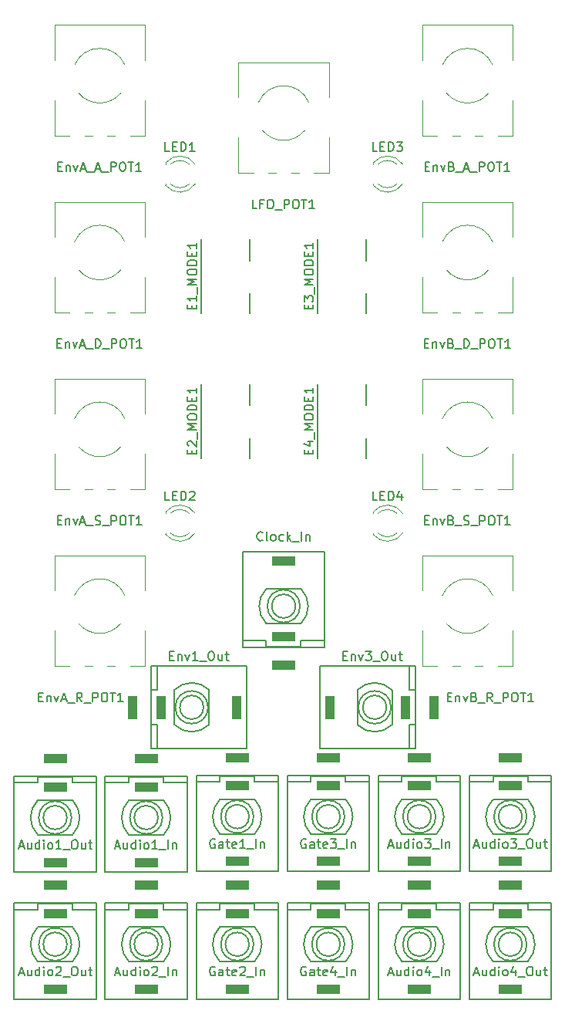
<source format=gbr>
%TF.GenerationSoftware,KiCad,Pcbnew,(5.99.0-12348-g4b436fb86d)*%
%TF.CreationDate,2021-09-22T21:55:13+01:00*%
%TF.ProjectId,Ampelope_Controls,416d7065-6c6f-4706-955f-436f6e74726f,rev?*%
%TF.SameCoordinates,Original*%
%TF.FileFunction,Legend,Top*%
%TF.FilePolarity,Positive*%
%FSLAX46Y46*%
G04 Gerber Fmt 4.6, Leading zero omitted, Abs format (unit mm)*
G04 Created by KiCad (PCBNEW (5.99.0-12348-g4b436fb86d)) date 2021-09-22 21:55:13*
%MOMM*%
%LPD*%
G01*
G04 APERTURE LIST*
%ADD10C,0.150000*%
%ADD11C,0.120000*%
%ADD12R,2.500000X1.000000*%
%ADD13R,1.000000X2.500000*%
G04 APERTURE END LIST*
D10*
%TO.C,EnvB_S_POT1*%
X145793333Y-106068571D02*
X146126666Y-106068571D01*
X146269523Y-106592380D02*
X145793333Y-106592380D01*
X145793333Y-105592380D01*
X146269523Y-105592380D01*
X146698095Y-105925714D02*
X146698095Y-106592380D01*
X146698095Y-106020952D02*
X146745714Y-105973333D01*
X146840952Y-105925714D01*
X146983809Y-105925714D01*
X147079047Y-105973333D01*
X147126666Y-106068571D01*
X147126666Y-106592380D01*
X147507619Y-105925714D02*
X147745714Y-106592380D01*
X147983809Y-105925714D01*
X148698095Y-106068571D02*
X148840952Y-106116190D01*
X148888571Y-106163809D01*
X148936190Y-106259047D01*
X148936190Y-106401904D01*
X148888571Y-106497142D01*
X148840952Y-106544761D01*
X148745714Y-106592380D01*
X148364761Y-106592380D01*
X148364761Y-105592380D01*
X148698095Y-105592380D01*
X148793333Y-105640000D01*
X148840952Y-105687619D01*
X148888571Y-105782857D01*
X148888571Y-105878095D01*
X148840952Y-105973333D01*
X148793333Y-106020952D01*
X148698095Y-106068571D01*
X148364761Y-106068571D01*
X149126666Y-106687619D02*
X149888571Y-106687619D01*
X150079047Y-106544761D02*
X150221904Y-106592380D01*
X150460000Y-106592380D01*
X150555238Y-106544761D01*
X150602857Y-106497142D01*
X150650476Y-106401904D01*
X150650476Y-106306666D01*
X150602857Y-106211428D01*
X150555238Y-106163809D01*
X150460000Y-106116190D01*
X150269523Y-106068571D01*
X150174285Y-106020952D01*
X150126666Y-105973333D01*
X150079047Y-105878095D01*
X150079047Y-105782857D01*
X150126666Y-105687619D01*
X150174285Y-105640000D01*
X150269523Y-105592380D01*
X150507619Y-105592380D01*
X150650476Y-105640000D01*
X150840952Y-106687619D02*
X151602857Y-106687619D01*
X151840952Y-106592380D02*
X151840952Y-105592380D01*
X152221904Y-105592380D01*
X152317142Y-105640000D01*
X152364761Y-105687619D01*
X152412380Y-105782857D01*
X152412380Y-105925714D01*
X152364761Y-106020952D01*
X152317142Y-106068571D01*
X152221904Y-106116190D01*
X151840952Y-106116190D01*
X153031428Y-105592380D02*
X153221904Y-105592380D01*
X153317142Y-105640000D01*
X153412380Y-105735238D01*
X153460000Y-105925714D01*
X153460000Y-106259047D01*
X153412380Y-106449523D01*
X153317142Y-106544761D01*
X153221904Y-106592380D01*
X153031428Y-106592380D01*
X152936190Y-106544761D01*
X152840952Y-106449523D01*
X152793333Y-106259047D01*
X152793333Y-105925714D01*
X152840952Y-105735238D01*
X152936190Y-105640000D01*
X153031428Y-105592380D01*
X153745714Y-105592380D02*
X154317142Y-105592380D01*
X154031428Y-106592380D02*
X154031428Y-105592380D01*
X155174285Y-106592380D02*
X154602857Y-106592380D01*
X154888571Y-106592380D02*
X154888571Y-105592380D01*
X154793333Y-105735238D01*
X154698095Y-105830476D01*
X154602857Y-105878095D01*
%TO.C,J11*%
X141819047Y-141766666D02*
X142295238Y-141766666D01*
X141723809Y-142052380D02*
X142057142Y-141052380D01*
X142390476Y-142052380D01*
X143152380Y-141385714D02*
X143152380Y-142052380D01*
X142723809Y-141385714D02*
X142723809Y-141909523D01*
X142771428Y-142004761D01*
X142866666Y-142052380D01*
X143009523Y-142052380D01*
X143104761Y-142004761D01*
X143152380Y-141957142D01*
X144057142Y-142052380D02*
X144057142Y-141052380D01*
X144057142Y-142004761D02*
X143961904Y-142052380D01*
X143771428Y-142052380D01*
X143676190Y-142004761D01*
X143628571Y-141957142D01*
X143580952Y-141861904D01*
X143580952Y-141576190D01*
X143628571Y-141480952D01*
X143676190Y-141433333D01*
X143771428Y-141385714D01*
X143961904Y-141385714D01*
X144057142Y-141433333D01*
X144533333Y-142052380D02*
X144533333Y-141385714D01*
X144533333Y-141052380D02*
X144485714Y-141100000D01*
X144533333Y-141147619D01*
X144580952Y-141100000D01*
X144533333Y-141052380D01*
X144533333Y-141147619D01*
X145152380Y-142052380D02*
X145057142Y-142004761D01*
X145009523Y-141957142D01*
X144961904Y-141861904D01*
X144961904Y-141576190D01*
X145009523Y-141480952D01*
X145057142Y-141433333D01*
X145152380Y-141385714D01*
X145295238Y-141385714D01*
X145390476Y-141433333D01*
X145438095Y-141480952D01*
X145485714Y-141576190D01*
X145485714Y-141861904D01*
X145438095Y-141957142D01*
X145390476Y-142004761D01*
X145295238Y-142052380D01*
X145152380Y-142052380D01*
X145819047Y-141052380D02*
X146438095Y-141052380D01*
X146104761Y-141433333D01*
X146247619Y-141433333D01*
X146342857Y-141480952D01*
X146390476Y-141528571D01*
X146438095Y-141623809D01*
X146438095Y-141861904D01*
X146390476Y-141957142D01*
X146342857Y-142004761D01*
X146247619Y-142052380D01*
X145961904Y-142052380D01*
X145866666Y-142004761D01*
X145819047Y-141957142D01*
X146628571Y-142147619D02*
X147390476Y-142147619D01*
X147628571Y-142052380D02*
X147628571Y-141052380D01*
X148104761Y-141385714D02*
X148104761Y-142052380D01*
X148104761Y-141480952D02*
X148152380Y-141433333D01*
X148247619Y-141385714D01*
X148390476Y-141385714D01*
X148485714Y-141433333D01*
X148533333Y-141528571D01*
X148533333Y-142052380D01*
%TO.C,E2_MODE1*%
X120228571Y-98795238D02*
X120228571Y-98461904D01*
X120752380Y-98319047D02*
X120752380Y-98795238D01*
X119752380Y-98795238D01*
X119752380Y-98319047D01*
X119847619Y-97938095D02*
X119800000Y-97890476D01*
X119752380Y-97795238D01*
X119752380Y-97557142D01*
X119800000Y-97461904D01*
X119847619Y-97414285D01*
X119942857Y-97366666D01*
X120038095Y-97366666D01*
X120180952Y-97414285D01*
X120752380Y-97985714D01*
X120752380Y-97366666D01*
X120847619Y-97176190D02*
X120847619Y-96414285D01*
X120752380Y-96176190D02*
X119752380Y-96176190D01*
X120466666Y-95842857D01*
X119752380Y-95509523D01*
X120752380Y-95509523D01*
X119752380Y-94842857D02*
X119752380Y-94652380D01*
X119800000Y-94557142D01*
X119895238Y-94461904D01*
X120085714Y-94414285D01*
X120419047Y-94414285D01*
X120609523Y-94461904D01*
X120704761Y-94557142D01*
X120752380Y-94652380D01*
X120752380Y-94842857D01*
X120704761Y-94938095D01*
X120609523Y-95033333D01*
X120419047Y-95080952D01*
X120085714Y-95080952D01*
X119895238Y-95033333D01*
X119800000Y-94938095D01*
X119752380Y-94842857D01*
X120752380Y-93985714D02*
X119752380Y-93985714D01*
X119752380Y-93747619D01*
X119800000Y-93604761D01*
X119895238Y-93509523D01*
X119990476Y-93461904D01*
X120180952Y-93414285D01*
X120323809Y-93414285D01*
X120514285Y-93461904D01*
X120609523Y-93509523D01*
X120704761Y-93604761D01*
X120752380Y-93747619D01*
X120752380Y-93985714D01*
X120228571Y-92985714D02*
X120228571Y-92652380D01*
X120752380Y-92509523D02*
X120752380Y-92985714D01*
X119752380Y-92985714D01*
X119752380Y-92509523D01*
X120752380Y-91557142D02*
X120752380Y-92128571D01*
X120752380Y-91842857D02*
X119752380Y-91842857D01*
X119895238Y-91938095D01*
X119990476Y-92033333D01*
X120038095Y-92128571D01*
%TO.C,EnvB_R_POT1*%
X148309523Y-125468571D02*
X148642857Y-125468571D01*
X148785714Y-125992380D02*
X148309523Y-125992380D01*
X148309523Y-124992380D01*
X148785714Y-124992380D01*
X149214285Y-125325714D02*
X149214285Y-125992380D01*
X149214285Y-125420952D02*
X149261904Y-125373333D01*
X149357142Y-125325714D01*
X149500000Y-125325714D01*
X149595238Y-125373333D01*
X149642857Y-125468571D01*
X149642857Y-125992380D01*
X150023809Y-125325714D02*
X150261904Y-125992380D01*
X150500000Y-125325714D01*
X151214285Y-125468571D02*
X151357142Y-125516190D01*
X151404761Y-125563809D01*
X151452380Y-125659047D01*
X151452380Y-125801904D01*
X151404761Y-125897142D01*
X151357142Y-125944761D01*
X151261904Y-125992380D01*
X150880952Y-125992380D01*
X150880952Y-124992380D01*
X151214285Y-124992380D01*
X151309523Y-125040000D01*
X151357142Y-125087619D01*
X151404761Y-125182857D01*
X151404761Y-125278095D01*
X151357142Y-125373333D01*
X151309523Y-125420952D01*
X151214285Y-125468571D01*
X150880952Y-125468571D01*
X151642857Y-126087619D02*
X152404761Y-126087619D01*
X153214285Y-125992380D02*
X152880952Y-125516190D01*
X152642857Y-125992380D02*
X152642857Y-124992380D01*
X153023809Y-124992380D01*
X153119047Y-125040000D01*
X153166666Y-125087619D01*
X153214285Y-125182857D01*
X153214285Y-125325714D01*
X153166666Y-125420952D01*
X153119047Y-125468571D01*
X153023809Y-125516190D01*
X152642857Y-125516190D01*
X153404761Y-126087619D02*
X154166666Y-126087619D01*
X154404761Y-125992380D02*
X154404761Y-124992380D01*
X154785714Y-124992380D01*
X154880952Y-125040000D01*
X154928571Y-125087619D01*
X154976190Y-125182857D01*
X154976190Y-125325714D01*
X154928571Y-125420952D01*
X154880952Y-125468571D01*
X154785714Y-125516190D01*
X154404761Y-125516190D01*
X155595238Y-124992380D02*
X155785714Y-124992380D01*
X155880952Y-125040000D01*
X155976190Y-125135238D01*
X156023809Y-125325714D01*
X156023809Y-125659047D01*
X155976190Y-125849523D01*
X155880952Y-125944761D01*
X155785714Y-125992380D01*
X155595238Y-125992380D01*
X155500000Y-125944761D01*
X155404761Y-125849523D01*
X155357142Y-125659047D01*
X155357142Y-125325714D01*
X155404761Y-125135238D01*
X155500000Y-125040000D01*
X155595238Y-124992380D01*
X156309523Y-124992380D02*
X156880952Y-124992380D01*
X156595238Y-125992380D02*
X156595238Y-124992380D01*
X157738095Y-125992380D02*
X157166666Y-125992380D01*
X157452380Y-125992380D02*
X157452380Y-124992380D01*
X157357142Y-125135238D01*
X157261904Y-125230476D01*
X157166666Y-125278095D01*
%TO.C,J16*%
X151247619Y-155766666D02*
X151723809Y-155766666D01*
X151152380Y-156052380D02*
X151485714Y-155052380D01*
X151819047Y-156052380D01*
X152580952Y-155385714D02*
X152580952Y-156052380D01*
X152152380Y-155385714D02*
X152152380Y-155909523D01*
X152200000Y-156004761D01*
X152295238Y-156052380D01*
X152438095Y-156052380D01*
X152533333Y-156004761D01*
X152580952Y-155957142D01*
X153485714Y-156052380D02*
X153485714Y-155052380D01*
X153485714Y-156004761D02*
X153390476Y-156052380D01*
X153200000Y-156052380D01*
X153104761Y-156004761D01*
X153057142Y-155957142D01*
X153009523Y-155861904D01*
X153009523Y-155576190D01*
X153057142Y-155480952D01*
X153104761Y-155433333D01*
X153200000Y-155385714D01*
X153390476Y-155385714D01*
X153485714Y-155433333D01*
X153961904Y-156052380D02*
X153961904Y-155385714D01*
X153961904Y-155052380D02*
X153914285Y-155100000D01*
X153961904Y-155147619D01*
X154009523Y-155100000D01*
X153961904Y-155052380D01*
X153961904Y-155147619D01*
X154580952Y-156052380D02*
X154485714Y-156004761D01*
X154438095Y-155957142D01*
X154390476Y-155861904D01*
X154390476Y-155576190D01*
X154438095Y-155480952D01*
X154485714Y-155433333D01*
X154580952Y-155385714D01*
X154723809Y-155385714D01*
X154819047Y-155433333D01*
X154866666Y-155480952D01*
X154914285Y-155576190D01*
X154914285Y-155861904D01*
X154866666Y-155957142D01*
X154819047Y-156004761D01*
X154723809Y-156052380D01*
X154580952Y-156052380D01*
X155771428Y-155385714D02*
X155771428Y-156052380D01*
X155533333Y-155004761D02*
X155295238Y-155719047D01*
X155914285Y-155719047D01*
X156057142Y-156147619D02*
X156819047Y-156147619D01*
X157247619Y-155052380D02*
X157438095Y-155052380D01*
X157533333Y-155100000D01*
X157628571Y-155195238D01*
X157676190Y-155385714D01*
X157676190Y-155719047D01*
X157628571Y-155909523D01*
X157533333Y-156004761D01*
X157438095Y-156052380D01*
X157247619Y-156052380D01*
X157152380Y-156004761D01*
X157057142Y-155909523D01*
X157009523Y-155719047D01*
X157009523Y-155385714D01*
X157057142Y-155195238D01*
X157152380Y-155100000D01*
X157247619Y-155052380D01*
X158533333Y-155385714D02*
X158533333Y-156052380D01*
X158104761Y-155385714D02*
X158104761Y-155909523D01*
X158152380Y-156004761D01*
X158247619Y-156052380D01*
X158390476Y-156052380D01*
X158485714Y-156004761D01*
X158533333Y-155957142D01*
X158866666Y-155385714D02*
X159247619Y-155385714D01*
X159009523Y-155052380D02*
X159009523Y-155909523D01*
X159057142Y-156004761D01*
X159152380Y-156052380D01*
X159247619Y-156052380D01*
%TO.C,J6*%
X122747619Y-155100000D02*
X122652380Y-155052380D01*
X122509523Y-155052380D01*
X122366666Y-155100000D01*
X122271428Y-155195238D01*
X122223809Y-155290476D01*
X122176190Y-155480952D01*
X122176190Y-155623809D01*
X122223809Y-155814285D01*
X122271428Y-155909523D01*
X122366666Y-156004761D01*
X122509523Y-156052380D01*
X122604761Y-156052380D01*
X122747619Y-156004761D01*
X122795238Y-155957142D01*
X122795238Y-155623809D01*
X122604761Y-155623809D01*
X123652380Y-156052380D02*
X123652380Y-155528571D01*
X123604761Y-155433333D01*
X123509523Y-155385714D01*
X123319047Y-155385714D01*
X123223809Y-155433333D01*
X123652380Y-156004761D02*
X123557142Y-156052380D01*
X123319047Y-156052380D01*
X123223809Y-156004761D01*
X123176190Y-155909523D01*
X123176190Y-155814285D01*
X123223809Y-155719047D01*
X123319047Y-155671428D01*
X123557142Y-155671428D01*
X123652380Y-155623809D01*
X123985714Y-155385714D02*
X124366666Y-155385714D01*
X124128571Y-155052380D02*
X124128571Y-155909523D01*
X124176190Y-156004761D01*
X124271428Y-156052380D01*
X124366666Y-156052380D01*
X125080952Y-156004761D02*
X124985714Y-156052380D01*
X124795238Y-156052380D01*
X124700000Y-156004761D01*
X124652380Y-155909523D01*
X124652380Y-155528571D01*
X124700000Y-155433333D01*
X124795238Y-155385714D01*
X124985714Y-155385714D01*
X125080952Y-155433333D01*
X125128571Y-155528571D01*
X125128571Y-155623809D01*
X124652380Y-155719047D01*
X125509523Y-155147619D02*
X125557142Y-155100000D01*
X125652380Y-155052380D01*
X125890476Y-155052380D01*
X125985714Y-155100000D01*
X126033333Y-155147619D01*
X126080952Y-155242857D01*
X126080952Y-155338095D01*
X126033333Y-155480952D01*
X125461904Y-156052380D01*
X126080952Y-156052380D01*
X126271428Y-156147619D02*
X127033333Y-156147619D01*
X127271428Y-156052380D02*
X127271428Y-155052380D01*
X127747619Y-155385714D02*
X127747619Y-156052380D01*
X127747619Y-155480952D02*
X127795238Y-155433333D01*
X127890476Y-155385714D01*
X128033333Y-155385714D01*
X128128571Y-155433333D01*
X128176190Y-155528571D01*
X128176190Y-156052380D01*
%TO.C,J10*%
X111819047Y-155766666D02*
X112295238Y-155766666D01*
X111723809Y-156052380D02*
X112057142Y-155052380D01*
X112390476Y-156052380D01*
X113152380Y-155385714D02*
X113152380Y-156052380D01*
X112723809Y-155385714D02*
X112723809Y-155909523D01*
X112771428Y-156004761D01*
X112866666Y-156052380D01*
X113009523Y-156052380D01*
X113104761Y-156004761D01*
X113152380Y-155957142D01*
X114057142Y-156052380D02*
X114057142Y-155052380D01*
X114057142Y-156004761D02*
X113961904Y-156052380D01*
X113771428Y-156052380D01*
X113676190Y-156004761D01*
X113628571Y-155957142D01*
X113580952Y-155861904D01*
X113580952Y-155576190D01*
X113628571Y-155480952D01*
X113676190Y-155433333D01*
X113771428Y-155385714D01*
X113961904Y-155385714D01*
X114057142Y-155433333D01*
X114533333Y-156052380D02*
X114533333Y-155385714D01*
X114533333Y-155052380D02*
X114485714Y-155100000D01*
X114533333Y-155147619D01*
X114580952Y-155100000D01*
X114533333Y-155052380D01*
X114533333Y-155147619D01*
X115152380Y-156052380D02*
X115057142Y-156004761D01*
X115009523Y-155957142D01*
X114961904Y-155861904D01*
X114961904Y-155576190D01*
X115009523Y-155480952D01*
X115057142Y-155433333D01*
X115152380Y-155385714D01*
X115295238Y-155385714D01*
X115390476Y-155433333D01*
X115438095Y-155480952D01*
X115485714Y-155576190D01*
X115485714Y-155861904D01*
X115438095Y-155957142D01*
X115390476Y-156004761D01*
X115295238Y-156052380D01*
X115152380Y-156052380D01*
X115866666Y-155147619D02*
X115914285Y-155100000D01*
X116009523Y-155052380D01*
X116247619Y-155052380D01*
X116342857Y-155100000D01*
X116390476Y-155147619D01*
X116438095Y-155242857D01*
X116438095Y-155338095D01*
X116390476Y-155480952D01*
X115819047Y-156052380D01*
X116438095Y-156052380D01*
X116628571Y-156147619D02*
X117390476Y-156147619D01*
X117628571Y-156052380D02*
X117628571Y-155052380D01*
X118104761Y-155385714D02*
X118104761Y-156052380D01*
X118104761Y-155480952D02*
X118152380Y-155433333D01*
X118247619Y-155385714D01*
X118390476Y-155385714D01*
X118485714Y-155433333D01*
X118533333Y-155528571D01*
X118533333Y-156052380D01*
%TO.C,LED2*%
X117780952Y-103892380D02*
X117304761Y-103892380D01*
X117304761Y-102892380D01*
X118114285Y-103368571D02*
X118447619Y-103368571D01*
X118590476Y-103892380D02*
X118114285Y-103892380D01*
X118114285Y-102892380D01*
X118590476Y-102892380D01*
X119019047Y-103892380D02*
X119019047Y-102892380D01*
X119257142Y-102892380D01*
X119400000Y-102940000D01*
X119495238Y-103035238D01*
X119542857Y-103130476D01*
X119590476Y-103320952D01*
X119590476Y-103463809D01*
X119542857Y-103654285D01*
X119495238Y-103749523D01*
X119400000Y-103844761D01*
X119257142Y-103892380D01*
X119019047Y-103892380D01*
X119971428Y-102987619D02*
X120019047Y-102940000D01*
X120114285Y-102892380D01*
X120352380Y-102892380D01*
X120447619Y-102940000D01*
X120495238Y-102987619D01*
X120542857Y-103082857D01*
X120542857Y-103178095D01*
X120495238Y-103320952D01*
X119923809Y-103892380D01*
X120542857Y-103892380D01*
%TO.C,J13*%
X101247619Y-141866666D02*
X101723809Y-141866666D01*
X101152380Y-142152380D02*
X101485714Y-141152380D01*
X101819047Y-142152380D01*
X102580952Y-141485714D02*
X102580952Y-142152380D01*
X102152380Y-141485714D02*
X102152380Y-142009523D01*
X102200000Y-142104761D01*
X102295238Y-142152380D01*
X102438095Y-142152380D01*
X102533333Y-142104761D01*
X102580952Y-142057142D01*
X103485714Y-142152380D02*
X103485714Y-141152380D01*
X103485714Y-142104761D02*
X103390476Y-142152380D01*
X103200000Y-142152380D01*
X103104761Y-142104761D01*
X103057142Y-142057142D01*
X103009523Y-141961904D01*
X103009523Y-141676190D01*
X103057142Y-141580952D01*
X103104761Y-141533333D01*
X103200000Y-141485714D01*
X103390476Y-141485714D01*
X103485714Y-141533333D01*
X103961904Y-142152380D02*
X103961904Y-141485714D01*
X103961904Y-141152380D02*
X103914285Y-141200000D01*
X103961904Y-141247619D01*
X104009523Y-141200000D01*
X103961904Y-141152380D01*
X103961904Y-141247619D01*
X104580952Y-142152380D02*
X104485714Y-142104761D01*
X104438095Y-142057142D01*
X104390476Y-141961904D01*
X104390476Y-141676190D01*
X104438095Y-141580952D01*
X104485714Y-141533333D01*
X104580952Y-141485714D01*
X104723809Y-141485714D01*
X104819047Y-141533333D01*
X104866666Y-141580952D01*
X104914285Y-141676190D01*
X104914285Y-141961904D01*
X104866666Y-142057142D01*
X104819047Y-142104761D01*
X104723809Y-142152380D01*
X104580952Y-142152380D01*
X105866666Y-142152380D02*
X105295238Y-142152380D01*
X105580952Y-142152380D02*
X105580952Y-141152380D01*
X105485714Y-141295238D01*
X105390476Y-141390476D01*
X105295238Y-141438095D01*
X106057142Y-142247619D02*
X106819047Y-142247619D01*
X107247619Y-141152380D02*
X107438095Y-141152380D01*
X107533333Y-141200000D01*
X107628571Y-141295238D01*
X107676190Y-141485714D01*
X107676190Y-141819047D01*
X107628571Y-142009523D01*
X107533333Y-142104761D01*
X107438095Y-142152380D01*
X107247619Y-142152380D01*
X107152380Y-142104761D01*
X107057142Y-142009523D01*
X107009523Y-141819047D01*
X107009523Y-141485714D01*
X107057142Y-141295238D01*
X107152380Y-141200000D01*
X107247619Y-141152380D01*
X108533333Y-141485714D02*
X108533333Y-142152380D01*
X108104761Y-141485714D02*
X108104761Y-142009523D01*
X108152380Y-142104761D01*
X108247619Y-142152380D01*
X108390476Y-142152380D01*
X108485714Y-142104761D01*
X108533333Y-142057142D01*
X108866666Y-141485714D02*
X109247619Y-141485714D01*
X109009523Y-141152380D02*
X109009523Y-142009523D01*
X109057142Y-142104761D01*
X109152380Y-142152380D01*
X109247619Y-142152380D01*
%TO.C,J7*%
X132747619Y-141100000D02*
X132652380Y-141052380D01*
X132509523Y-141052380D01*
X132366666Y-141100000D01*
X132271428Y-141195238D01*
X132223809Y-141290476D01*
X132176190Y-141480952D01*
X132176190Y-141623809D01*
X132223809Y-141814285D01*
X132271428Y-141909523D01*
X132366666Y-142004761D01*
X132509523Y-142052380D01*
X132604761Y-142052380D01*
X132747619Y-142004761D01*
X132795238Y-141957142D01*
X132795238Y-141623809D01*
X132604761Y-141623809D01*
X133652380Y-142052380D02*
X133652380Y-141528571D01*
X133604761Y-141433333D01*
X133509523Y-141385714D01*
X133319047Y-141385714D01*
X133223809Y-141433333D01*
X133652380Y-142004761D02*
X133557142Y-142052380D01*
X133319047Y-142052380D01*
X133223809Y-142004761D01*
X133176190Y-141909523D01*
X133176190Y-141814285D01*
X133223809Y-141719047D01*
X133319047Y-141671428D01*
X133557142Y-141671428D01*
X133652380Y-141623809D01*
X133985714Y-141385714D02*
X134366666Y-141385714D01*
X134128571Y-141052380D02*
X134128571Y-141909523D01*
X134176190Y-142004761D01*
X134271428Y-142052380D01*
X134366666Y-142052380D01*
X135080952Y-142004761D02*
X134985714Y-142052380D01*
X134795238Y-142052380D01*
X134700000Y-142004761D01*
X134652380Y-141909523D01*
X134652380Y-141528571D01*
X134700000Y-141433333D01*
X134795238Y-141385714D01*
X134985714Y-141385714D01*
X135080952Y-141433333D01*
X135128571Y-141528571D01*
X135128571Y-141623809D01*
X134652380Y-141719047D01*
X135461904Y-141052380D02*
X136080952Y-141052380D01*
X135747619Y-141433333D01*
X135890476Y-141433333D01*
X135985714Y-141480952D01*
X136033333Y-141528571D01*
X136080952Y-141623809D01*
X136080952Y-141861904D01*
X136033333Y-141957142D01*
X135985714Y-142004761D01*
X135890476Y-142052380D01*
X135604761Y-142052380D01*
X135509523Y-142004761D01*
X135461904Y-141957142D01*
X136271428Y-142147619D02*
X137033333Y-142147619D01*
X137271428Y-142052380D02*
X137271428Y-141052380D01*
X137747619Y-141385714D02*
X137747619Y-142052380D01*
X137747619Y-141480952D02*
X137795238Y-141433333D01*
X137890476Y-141385714D01*
X138033333Y-141385714D01*
X138128571Y-141433333D01*
X138176190Y-141528571D01*
X138176190Y-142052380D01*
%TO.C,LED1*%
X117780952Y-65592380D02*
X117304761Y-65592380D01*
X117304761Y-64592380D01*
X118114285Y-65068571D02*
X118447619Y-65068571D01*
X118590476Y-65592380D02*
X118114285Y-65592380D01*
X118114285Y-64592380D01*
X118590476Y-64592380D01*
X119019047Y-65592380D02*
X119019047Y-64592380D01*
X119257142Y-64592380D01*
X119400000Y-64640000D01*
X119495238Y-64735238D01*
X119542857Y-64830476D01*
X119590476Y-65020952D01*
X119590476Y-65163809D01*
X119542857Y-65354285D01*
X119495238Y-65449523D01*
X119400000Y-65544761D01*
X119257142Y-65592380D01*
X119019047Y-65592380D01*
X120542857Y-65592380D02*
X119971428Y-65592380D01*
X120257142Y-65592380D02*
X120257142Y-64592380D01*
X120161904Y-64735238D01*
X120066666Y-64830476D01*
X119971428Y-64878095D01*
%TO.C,J18*%
X117783333Y-120928571D02*
X118116666Y-120928571D01*
X118259523Y-121452380D02*
X117783333Y-121452380D01*
X117783333Y-120452380D01*
X118259523Y-120452380D01*
X118688095Y-120785714D02*
X118688095Y-121452380D01*
X118688095Y-120880952D02*
X118735714Y-120833333D01*
X118830952Y-120785714D01*
X118973809Y-120785714D01*
X119069047Y-120833333D01*
X119116666Y-120928571D01*
X119116666Y-121452380D01*
X119497619Y-120785714D02*
X119735714Y-121452380D01*
X119973809Y-120785714D01*
X120878571Y-121452380D02*
X120307142Y-121452380D01*
X120592857Y-121452380D02*
X120592857Y-120452380D01*
X120497619Y-120595238D01*
X120402380Y-120690476D01*
X120307142Y-120738095D01*
X121069047Y-121547619D02*
X121830952Y-121547619D01*
X122259523Y-120452380D02*
X122450000Y-120452380D01*
X122545238Y-120500000D01*
X122640476Y-120595238D01*
X122688095Y-120785714D01*
X122688095Y-121119047D01*
X122640476Y-121309523D01*
X122545238Y-121404761D01*
X122450000Y-121452380D01*
X122259523Y-121452380D01*
X122164285Y-121404761D01*
X122069047Y-121309523D01*
X122021428Y-121119047D01*
X122021428Y-120785714D01*
X122069047Y-120595238D01*
X122164285Y-120500000D01*
X122259523Y-120452380D01*
X123545238Y-120785714D02*
X123545238Y-121452380D01*
X123116666Y-120785714D02*
X123116666Y-121309523D01*
X123164285Y-121404761D01*
X123259523Y-121452380D01*
X123402380Y-121452380D01*
X123497619Y-121404761D01*
X123545238Y-121357142D01*
X123878571Y-120785714D02*
X124259523Y-120785714D01*
X124021428Y-120452380D02*
X124021428Y-121309523D01*
X124069047Y-121404761D01*
X124164285Y-121452380D01*
X124259523Y-121452380D01*
%TO.C,EnvA_A_POT1*%
X105512380Y-67268571D02*
X105845714Y-67268571D01*
X105988571Y-67792380D02*
X105512380Y-67792380D01*
X105512380Y-66792380D01*
X105988571Y-66792380D01*
X106417142Y-67125714D02*
X106417142Y-67792380D01*
X106417142Y-67220952D02*
X106464761Y-67173333D01*
X106560000Y-67125714D01*
X106702857Y-67125714D01*
X106798095Y-67173333D01*
X106845714Y-67268571D01*
X106845714Y-67792380D01*
X107226666Y-67125714D02*
X107464761Y-67792380D01*
X107702857Y-67125714D01*
X108036190Y-67506666D02*
X108512380Y-67506666D01*
X107940952Y-67792380D02*
X108274285Y-66792380D01*
X108607619Y-67792380D01*
X108702857Y-67887619D02*
X109464761Y-67887619D01*
X109655238Y-67506666D02*
X110131428Y-67506666D01*
X109560000Y-67792380D02*
X109893333Y-66792380D01*
X110226666Y-67792380D01*
X110321904Y-67887619D02*
X111083809Y-67887619D01*
X111321904Y-67792380D02*
X111321904Y-66792380D01*
X111702857Y-66792380D01*
X111798095Y-66840000D01*
X111845714Y-66887619D01*
X111893333Y-66982857D01*
X111893333Y-67125714D01*
X111845714Y-67220952D01*
X111798095Y-67268571D01*
X111702857Y-67316190D01*
X111321904Y-67316190D01*
X112512380Y-66792380D02*
X112702857Y-66792380D01*
X112798095Y-66840000D01*
X112893333Y-66935238D01*
X112940952Y-67125714D01*
X112940952Y-67459047D01*
X112893333Y-67649523D01*
X112798095Y-67744761D01*
X112702857Y-67792380D01*
X112512380Y-67792380D01*
X112417142Y-67744761D01*
X112321904Y-67649523D01*
X112274285Y-67459047D01*
X112274285Y-67125714D01*
X112321904Y-66935238D01*
X112417142Y-66840000D01*
X112512380Y-66792380D01*
X113226666Y-66792380D02*
X113798095Y-66792380D01*
X113512380Y-67792380D02*
X113512380Y-66792380D01*
X114655238Y-67792380D02*
X114083809Y-67792380D01*
X114369523Y-67792380D02*
X114369523Y-66792380D01*
X114274285Y-66935238D01*
X114179047Y-67030476D01*
X114083809Y-67078095D01*
%TO.C,J12*%
X141819047Y-155766666D02*
X142295238Y-155766666D01*
X141723809Y-156052380D02*
X142057142Y-155052380D01*
X142390476Y-156052380D01*
X143152380Y-155385714D02*
X143152380Y-156052380D01*
X142723809Y-155385714D02*
X142723809Y-155909523D01*
X142771428Y-156004761D01*
X142866666Y-156052380D01*
X143009523Y-156052380D01*
X143104761Y-156004761D01*
X143152380Y-155957142D01*
X144057142Y-156052380D02*
X144057142Y-155052380D01*
X144057142Y-156004761D02*
X143961904Y-156052380D01*
X143771428Y-156052380D01*
X143676190Y-156004761D01*
X143628571Y-155957142D01*
X143580952Y-155861904D01*
X143580952Y-155576190D01*
X143628571Y-155480952D01*
X143676190Y-155433333D01*
X143771428Y-155385714D01*
X143961904Y-155385714D01*
X144057142Y-155433333D01*
X144533333Y-156052380D02*
X144533333Y-155385714D01*
X144533333Y-155052380D02*
X144485714Y-155100000D01*
X144533333Y-155147619D01*
X144580952Y-155100000D01*
X144533333Y-155052380D01*
X144533333Y-155147619D01*
X145152380Y-156052380D02*
X145057142Y-156004761D01*
X145009523Y-155957142D01*
X144961904Y-155861904D01*
X144961904Y-155576190D01*
X145009523Y-155480952D01*
X145057142Y-155433333D01*
X145152380Y-155385714D01*
X145295238Y-155385714D01*
X145390476Y-155433333D01*
X145438095Y-155480952D01*
X145485714Y-155576190D01*
X145485714Y-155861904D01*
X145438095Y-155957142D01*
X145390476Y-156004761D01*
X145295238Y-156052380D01*
X145152380Y-156052380D01*
X146342857Y-155385714D02*
X146342857Y-156052380D01*
X146104761Y-155004761D02*
X145866666Y-155719047D01*
X146485714Y-155719047D01*
X146628571Y-156147619D02*
X147390476Y-156147619D01*
X147628571Y-156052380D02*
X147628571Y-155052380D01*
X148104761Y-155385714D02*
X148104761Y-156052380D01*
X148104761Y-155480952D02*
X148152380Y-155433333D01*
X148247619Y-155385714D01*
X148390476Y-155385714D01*
X148485714Y-155433333D01*
X148533333Y-155528571D01*
X148533333Y-156052380D01*
%TO.C,J5*%
X122747619Y-141100000D02*
X122652380Y-141052380D01*
X122509523Y-141052380D01*
X122366666Y-141100000D01*
X122271428Y-141195238D01*
X122223809Y-141290476D01*
X122176190Y-141480952D01*
X122176190Y-141623809D01*
X122223809Y-141814285D01*
X122271428Y-141909523D01*
X122366666Y-142004761D01*
X122509523Y-142052380D01*
X122604761Y-142052380D01*
X122747619Y-142004761D01*
X122795238Y-141957142D01*
X122795238Y-141623809D01*
X122604761Y-141623809D01*
X123652380Y-142052380D02*
X123652380Y-141528571D01*
X123604761Y-141433333D01*
X123509523Y-141385714D01*
X123319047Y-141385714D01*
X123223809Y-141433333D01*
X123652380Y-142004761D02*
X123557142Y-142052380D01*
X123319047Y-142052380D01*
X123223809Y-142004761D01*
X123176190Y-141909523D01*
X123176190Y-141814285D01*
X123223809Y-141719047D01*
X123319047Y-141671428D01*
X123557142Y-141671428D01*
X123652380Y-141623809D01*
X123985714Y-141385714D02*
X124366666Y-141385714D01*
X124128571Y-141052380D02*
X124128571Y-141909523D01*
X124176190Y-142004761D01*
X124271428Y-142052380D01*
X124366666Y-142052380D01*
X125080952Y-142004761D02*
X124985714Y-142052380D01*
X124795238Y-142052380D01*
X124700000Y-142004761D01*
X124652380Y-141909523D01*
X124652380Y-141528571D01*
X124700000Y-141433333D01*
X124795238Y-141385714D01*
X124985714Y-141385714D01*
X125080952Y-141433333D01*
X125128571Y-141528571D01*
X125128571Y-141623809D01*
X124652380Y-141719047D01*
X126080952Y-142052380D02*
X125509523Y-142052380D01*
X125795238Y-142052380D02*
X125795238Y-141052380D01*
X125700000Y-141195238D01*
X125604761Y-141290476D01*
X125509523Y-141338095D01*
X126271428Y-142147619D02*
X127033333Y-142147619D01*
X127271428Y-142052380D02*
X127271428Y-141052380D01*
X127747619Y-141385714D02*
X127747619Y-142052380D01*
X127747619Y-141480952D02*
X127795238Y-141433333D01*
X127890476Y-141385714D01*
X128033333Y-141385714D01*
X128128571Y-141433333D01*
X128176190Y-141528571D01*
X128176190Y-142052380D01*
%TO.C,J19*%
X136833333Y-120928571D02*
X137166666Y-120928571D01*
X137309523Y-121452380D02*
X136833333Y-121452380D01*
X136833333Y-120452380D01*
X137309523Y-120452380D01*
X137738095Y-120785714D02*
X137738095Y-121452380D01*
X137738095Y-120880952D02*
X137785714Y-120833333D01*
X137880952Y-120785714D01*
X138023809Y-120785714D01*
X138119047Y-120833333D01*
X138166666Y-120928571D01*
X138166666Y-121452380D01*
X138547619Y-120785714D02*
X138785714Y-121452380D01*
X139023809Y-120785714D01*
X139309523Y-120452380D02*
X139928571Y-120452380D01*
X139595238Y-120833333D01*
X139738095Y-120833333D01*
X139833333Y-120880952D01*
X139880952Y-120928571D01*
X139928571Y-121023809D01*
X139928571Y-121261904D01*
X139880952Y-121357142D01*
X139833333Y-121404761D01*
X139738095Y-121452380D01*
X139452380Y-121452380D01*
X139357142Y-121404761D01*
X139309523Y-121357142D01*
X140119047Y-121547619D02*
X140880952Y-121547619D01*
X141309523Y-120452380D02*
X141500000Y-120452380D01*
X141595238Y-120500000D01*
X141690476Y-120595238D01*
X141738095Y-120785714D01*
X141738095Y-121119047D01*
X141690476Y-121309523D01*
X141595238Y-121404761D01*
X141500000Y-121452380D01*
X141309523Y-121452380D01*
X141214285Y-121404761D01*
X141119047Y-121309523D01*
X141071428Y-121119047D01*
X141071428Y-120785714D01*
X141119047Y-120595238D01*
X141214285Y-120500000D01*
X141309523Y-120452380D01*
X142595238Y-120785714D02*
X142595238Y-121452380D01*
X142166666Y-120785714D02*
X142166666Y-121309523D01*
X142214285Y-121404761D01*
X142309523Y-121452380D01*
X142452380Y-121452380D01*
X142547619Y-121404761D01*
X142595238Y-121357142D01*
X142928571Y-120785714D02*
X143309523Y-120785714D01*
X143071428Y-120452380D02*
X143071428Y-121309523D01*
X143119047Y-121404761D01*
X143214285Y-121452380D01*
X143309523Y-121452380D01*
%TO.C,E1_MODE1*%
X120228571Y-82895238D02*
X120228571Y-82561904D01*
X120752380Y-82419047D02*
X120752380Y-82895238D01*
X119752380Y-82895238D01*
X119752380Y-82419047D01*
X120752380Y-81466666D02*
X120752380Y-82038095D01*
X120752380Y-81752380D02*
X119752380Y-81752380D01*
X119895238Y-81847619D01*
X119990476Y-81942857D01*
X120038095Y-82038095D01*
X120847619Y-81276190D02*
X120847619Y-80514285D01*
X120752380Y-80276190D02*
X119752380Y-80276190D01*
X120466666Y-79942857D01*
X119752380Y-79609523D01*
X120752380Y-79609523D01*
X119752380Y-78942857D02*
X119752380Y-78752380D01*
X119800000Y-78657142D01*
X119895238Y-78561904D01*
X120085714Y-78514285D01*
X120419047Y-78514285D01*
X120609523Y-78561904D01*
X120704761Y-78657142D01*
X120752380Y-78752380D01*
X120752380Y-78942857D01*
X120704761Y-79038095D01*
X120609523Y-79133333D01*
X120419047Y-79180952D01*
X120085714Y-79180952D01*
X119895238Y-79133333D01*
X119800000Y-79038095D01*
X119752380Y-78942857D01*
X120752380Y-78085714D02*
X119752380Y-78085714D01*
X119752380Y-77847619D01*
X119800000Y-77704761D01*
X119895238Y-77609523D01*
X119990476Y-77561904D01*
X120180952Y-77514285D01*
X120323809Y-77514285D01*
X120514285Y-77561904D01*
X120609523Y-77609523D01*
X120704761Y-77704761D01*
X120752380Y-77847619D01*
X120752380Y-78085714D01*
X120228571Y-77085714D02*
X120228571Y-76752380D01*
X120752380Y-76609523D02*
X120752380Y-77085714D01*
X119752380Y-77085714D01*
X119752380Y-76609523D01*
X120752380Y-75657142D02*
X120752380Y-76228571D01*
X120752380Y-75942857D02*
X119752380Y-75942857D01*
X119895238Y-76038095D01*
X119990476Y-76133333D01*
X120038095Y-76228571D01*
%TO.C,LFO_POT1*%
X127355238Y-71892380D02*
X126879047Y-71892380D01*
X126879047Y-70892380D01*
X128021904Y-71368571D02*
X127688571Y-71368571D01*
X127688571Y-71892380D02*
X127688571Y-70892380D01*
X128164761Y-70892380D01*
X128736190Y-70892380D02*
X128926666Y-70892380D01*
X129021904Y-70940000D01*
X129117142Y-71035238D01*
X129164761Y-71225714D01*
X129164761Y-71559047D01*
X129117142Y-71749523D01*
X129021904Y-71844761D01*
X128926666Y-71892380D01*
X128736190Y-71892380D01*
X128640952Y-71844761D01*
X128545714Y-71749523D01*
X128498095Y-71559047D01*
X128498095Y-71225714D01*
X128545714Y-71035238D01*
X128640952Y-70940000D01*
X128736190Y-70892380D01*
X129355238Y-71987619D02*
X130117142Y-71987619D01*
X130355238Y-71892380D02*
X130355238Y-70892380D01*
X130736190Y-70892380D01*
X130831428Y-70940000D01*
X130879047Y-70987619D01*
X130926666Y-71082857D01*
X130926666Y-71225714D01*
X130879047Y-71320952D01*
X130831428Y-71368571D01*
X130736190Y-71416190D01*
X130355238Y-71416190D01*
X131545714Y-70892380D02*
X131736190Y-70892380D01*
X131831428Y-70940000D01*
X131926666Y-71035238D01*
X131974285Y-71225714D01*
X131974285Y-71559047D01*
X131926666Y-71749523D01*
X131831428Y-71844761D01*
X131736190Y-71892380D01*
X131545714Y-71892380D01*
X131450476Y-71844761D01*
X131355238Y-71749523D01*
X131307619Y-71559047D01*
X131307619Y-71225714D01*
X131355238Y-71035238D01*
X131450476Y-70940000D01*
X131545714Y-70892380D01*
X132260000Y-70892380D02*
X132831428Y-70892380D01*
X132545714Y-71892380D02*
X132545714Y-70892380D01*
X133688571Y-71892380D02*
X133117142Y-71892380D01*
X133402857Y-71892380D02*
X133402857Y-70892380D01*
X133307619Y-71035238D01*
X133212380Y-71130476D01*
X133117142Y-71178095D01*
%TO.C,EnvA_R_POT1*%
X103380952Y-125468571D02*
X103714285Y-125468571D01*
X103857142Y-125992380D02*
X103380952Y-125992380D01*
X103380952Y-124992380D01*
X103857142Y-124992380D01*
X104285714Y-125325714D02*
X104285714Y-125992380D01*
X104285714Y-125420952D02*
X104333333Y-125373333D01*
X104428571Y-125325714D01*
X104571428Y-125325714D01*
X104666666Y-125373333D01*
X104714285Y-125468571D01*
X104714285Y-125992380D01*
X105095238Y-125325714D02*
X105333333Y-125992380D01*
X105571428Y-125325714D01*
X105904761Y-125706666D02*
X106380952Y-125706666D01*
X105809523Y-125992380D02*
X106142857Y-124992380D01*
X106476190Y-125992380D01*
X106571428Y-126087619D02*
X107333333Y-126087619D01*
X108142857Y-125992380D02*
X107809523Y-125516190D01*
X107571428Y-125992380D02*
X107571428Y-124992380D01*
X107952380Y-124992380D01*
X108047619Y-125040000D01*
X108095238Y-125087619D01*
X108142857Y-125182857D01*
X108142857Y-125325714D01*
X108095238Y-125420952D01*
X108047619Y-125468571D01*
X107952380Y-125516190D01*
X107571428Y-125516190D01*
X108333333Y-126087619D02*
X109095238Y-126087619D01*
X109333333Y-125992380D02*
X109333333Y-124992380D01*
X109714285Y-124992380D01*
X109809523Y-125040000D01*
X109857142Y-125087619D01*
X109904761Y-125182857D01*
X109904761Y-125325714D01*
X109857142Y-125420952D01*
X109809523Y-125468571D01*
X109714285Y-125516190D01*
X109333333Y-125516190D01*
X110523809Y-124992380D02*
X110714285Y-124992380D01*
X110809523Y-125040000D01*
X110904761Y-125135238D01*
X110952380Y-125325714D01*
X110952380Y-125659047D01*
X110904761Y-125849523D01*
X110809523Y-125944761D01*
X110714285Y-125992380D01*
X110523809Y-125992380D01*
X110428571Y-125944761D01*
X110333333Y-125849523D01*
X110285714Y-125659047D01*
X110285714Y-125325714D01*
X110333333Y-125135238D01*
X110428571Y-125040000D01*
X110523809Y-124992380D01*
X111238095Y-124992380D02*
X111809523Y-124992380D01*
X111523809Y-125992380D02*
X111523809Y-124992380D01*
X112666666Y-125992380D02*
X112095238Y-125992380D01*
X112380952Y-125992380D02*
X112380952Y-124992380D01*
X112285714Y-125135238D01*
X112190476Y-125230476D01*
X112095238Y-125278095D01*
%TO.C,EnvB_D_POT1*%
X145769523Y-86668571D02*
X146102857Y-86668571D01*
X146245714Y-87192380D02*
X145769523Y-87192380D01*
X145769523Y-86192380D01*
X146245714Y-86192380D01*
X146674285Y-86525714D02*
X146674285Y-87192380D01*
X146674285Y-86620952D02*
X146721904Y-86573333D01*
X146817142Y-86525714D01*
X146960000Y-86525714D01*
X147055238Y-86573333D01*
X147102857Y-86668571D01*
X147102857Y-87192380D01*
X147483809Y-86525714D02*
X147721904Y-87192380D01*
X147960000Y-86525714D01*
X148674285Y-86668571D02*
X148817142Y-86716190D01*
X148864761Y-86763809D01*
X148912380Y-86859047D01*
X148912380Y-87001904D01*
X148864761Y-87097142D01*
X148817142Y-87144761D01*
X148721904Y-87192380D01*
X148340952Y-87192380D01*
X148340952Y-86192380D01*
X148674285Y-86192380D01*
X148769523Y-86240000D01*
X148817142Y-86287619D01*
X148864761Y-86382857D01*
X148864761Y-86478095D01*
X148817142Y-86573333D01*
X148769523Y-86620952D01*
X148674285Y-86668571D01*
X148340952Y-86668571D01*
X149102857Y-87287619D02*
X149864761Y-87287619D01*
X150102857Y-87192380D02*
X150102857Y-86192380D01*
X150340952Y-86192380D01*
X150483809Y-86240000D01*
X150579047Y-86335238D01*
X150626666Y-86430476D01*
X150674285Y-86620952D01*
X150674285Y-86763809D01*
X150626666Y-86954285D01*
X150579047Y-87049523D01*
X150483809Y-87144761D01*
X150340952Y-87192380D01*
X150102857Y-87192380D01*
X150864761Y-87287619D02*
X151626666Y-87287619D01*
X151864761Y-87192380D02*
X151864761Y-86192380D01*
X152245714Y-86192380D01*
X152340952Y-86240000D01*
X152388571Y-86287619D01*
X152436190Y-86382857D01*
X152436190Y-86525714D01*
X152388571Y-86620952D01*
X152340952Y-86668571D01*
X152245714Y-86716190D01*
X151864761Y-86716190D01*
X153055238Y-86192380D02*
X153245714Y-86192380D01*
X153340952Y-86240000D01*
X153436190Y-86335238D01*
X153483809Y-86525714D01*
X153483809Y-86859047D01*
X153436190Y-87049523D01*
X153340952Y-87144761D01*
X153245714Y-87192380D01*
X153055238Y-87192380D01*
X152960000Y-87144761D01*
X152864761Y-87049523D01*
X152817142Y-86859047D01*
X152817142Y-86525714D01*
X152864761Y-86335238D01*
X152960000Y-86240000D01*
X153055238Y-86192380D01*
X153769523Y-86192380D02*
X154340952Y-86192380D01*
X154055238Y-87192380D02*
X154055238Y-86192380D01*
X155198095Y-87192380D02*
X154626666Y-87192380D01*
X154912380Y-87192380D02*
X154912380Y-86192380D01*
X154817142Y-86335238D01*
X154721904Y-86430476D01*
X154626666Y-86478095D01*
%TO.C,EnvA_S_POT1*%
X105464761Y-106068571D02*
X105798095Y-106068571D01*
X105940952Y-106592380D02*
X105464761Y-106592380D01*
X105464761Y-105592380D01*
X105940952Y-105592380D01*
X106369523Y-105925714D02*
X106369523Y-106592380D01*
X106369523Y-106020952D02*
X106417142Y-105973333D01*
X106512380Y-105925714D01*
X106655238Y-105925714D01*
X106750476Y-105973333D01*
X106798095Y-106068571D01*
X106798095Y-106592380D01*
X107179047Y-105925714D02*
X107417142Y-106592380D01*
X107655238Y-105925714D01*
X107988571Y-106306666D02*
X108464761Y-106306666D01*
X107893333Y-106592380D02*
X108226666Y-105592380D01*
X108560000Y-106592380D01*
X108655238Y-106687619D02*
X109417142Y-106687619D01*
X109607619Y-106544761D02*
X109750476Y-106592380D01*
X109988571Y-106592380D01*
X110083809Y-106544761D01*
X110131428Y-106497142D01*
X110179047Y-106401904D01*
X110179047Y-106306666D01*
X110131428Y-106211428D01*
X110083809Y-106163809D01*
X109988571Y-106116190D01*
X109798095Y-106068571D01*
X109702857Y-106020952D01*
X109655238Y-105973333D01*
X109607619Y-105878095D01*
X109607619Y-105782857D01*
X109655238Y-105687619D01*
X109702857Y-105640000D01*
X109798095Y-105592380D01*
X110036190Y-105592380D01*
X110179047Y-105640000D01*
X110369523Y-106687619D02*
X111131428Y-106687619D01*
X111369523Y-106592380D02*
X111369523Y-105592380D01*
X111750476Y-105592380D01*
X111845714Y-105640000D01*
X111893333Y-105687619D01*
X111940952Y-105782857D01*
X111940952Y-105925714D01*
X111893333Y-106020952D01*
X111845714Y-106068571D01*
X111750476Y-106116190D01*
X111369523Y-106116190D01*
X112560000Y-105592380D02*
X112750476Y-105592380D01*
X112845714Y-105640000D01*
X112940952Y-105735238D01*
X112988571Y-105925714D01*
X112988571Y-106259047D01*
X112940952Y-106449523D01*
X112845714Y-106544761D01*
X112750476Y-106592380D01*
X112560000Y-106592380D01*
X112464761Y-106544761D01*
X112369523Y-106449523D01*
X112321904Y-106259047D01*
X112321904Y-105925714D01*
X112369523Y-105735238D01*
X112464761Y-105640000D01*
X112560000Y-105592380D01*
X113274285Y-105592380D02*
X113845714Y-105592380D01*
X113560000Y-106592380D02*
X113560000Y-105592380D01*
X114702857Y-106592380D02*
X114131428Y-106592380D01*
X114417142Y-106592380D02*
X114417142Y-105592380D01*
X114321904Y-105735238D01*
X114226666Y-105830476D01*
X114131428Y-105878095D01*
%TO.C,EnvA_D_POT1*%
X105440952Y-86668571D02*
X105774285Y-86668571D01*
X105917142Y-87192380D02*
X105440952Y-87192380D01*
X105440952Y-86192380D01*
X105917142Y-86192380D01*
X106345714Y-86525714D02*
X106345714Y-87192380D01*
X106345714Y-86620952D02*
X106393333Y-86573333D01*
X106488571Y-86525714D01*
X106631428Y-86525714D01*
X106726666Y-86573333D01*
X106774285Y-86668571D01*
X106774285Y-87192380D01*
X107155238Y-86525714D02*
X107393333Y-87192380D01*
X107631428Y-86525714D01*
X107964761Y-86906666D02*
X108440952Y-86906666D01*
X107869523Y-87192380D02*
X108202857Y-86192380D01*
X108536190Y-87192380D01*
X108631428Y-87287619D02*
X109393333Y-87287619D01*
X109631428Y-87192380D02*
X109631428Y-86192380D01*
X109869523Y-86192380D01*
X110012380Y-86240000D01*
X110107619Y-86335238D01*
X110155238Y-86430476D01*
X110202857Y-86620952D01*
X110202857Y-86763809D01*
X110155238Y-86954285D01*
X110107619Y-87049523D01*
X110012380Y-87144761D01*
X109869523Y-87192380D01*
X109631428Y-87192380D01*
X110393333Y-87287619D02*
X111155238Y-87287619D01*
X111393333Y-87192380D02*
X111393333Y-86192380D01*
X111774285Y-86192380D01*
X111869523Y-86240000D01*
X111917142Y-86287619D01*
X111964761Y-86382857D01*
X111964761Y-86525714D01*
X111917142Y-86620952D01*
X111869523Y-86668571D01*
X111774285Y-86716190D01*
X111393333Y-86716190D01*
X112583809Y-86192380D02*
X112774285Y-86192380D01*
X112869523Y-86240000D01*
X112964761Y-86335238D01*
X113012380Y-86525714D01*
X113012380Y-86859047D01*
X112964761Y-87049523D01*
X112869523Y-87144761D01*
X112774285Y-87192380D01*
X112583809Y-87192380D01*
X112488571Y-87144761D01*
X112393333Y-87049523D01*
X112345714Y-86859047D01*
X112345714Y-86525714D01*
X112393333Y-86335238D01*
X112488571Y-86240000D01*
X112583809Y-86192380D01*
X113298095Y-86192380D02*
X113869523Y-86192380D01*
X113583809Y-87192380D02*
X113583809Y-86192380D01*
X114726666Y-87192380D02*
X114155238Y-87192380D01*
X114440952Y-87192380D02*
X114440952Y-86192380D01*
X114345714Y-86335238D01*
X114250476Y-86430476D01*
X114155238Y-86478095D01*
%TO.C,E3_MODE1*%
X133028571Y-82895238D02*
X133028571Y-82561904D01*
X133552380Y-82419047D02*
X133552380Y-82895238D01*
X132552380Y-82895238D01*
X132552380Y-82419047D01*
X132552380Y-82085714D02*
X132552380Y-81466666D01*
X132933333Y-81800000D01*
X132933333Y-81657142D01*
X132980952Y-81561904D01*
X133028571Y-81514285D01*
X133123809Y-81466666D01*
X133361904Y-81466666D01*
X133457142Y-81514285D01*
X133504761Y-81561904D01*
X133552380Y-81657142D01*
X133552380Y-81942857D01*
X133504761Y-82038095D01*
X133457142Y-82085714D01*
X133647619Y-81276190D02*
X133647619Y-80514285D01*
X133552380Y-80276190D02*
X132552380Y-80276190D01*
X133266666Y-79942857D01*
X132552380Y-79609523D01*
X133552380Y-79609523D01*
X132552380Y-78942857D02*
X132552380Y-78752380D01*
X132600000Y-78657142D01*
X132695238Y-78561904D01*
X132885714Y-78514285D01*
X133219047Y-78514285D01*
X133409523Y-78561904D01*
X133504761Y-78657142D01*
X133552380Y-78752380D01*
X133552380Y-78942857D01*
X133504761Y-79038095D01*
X133409523Y-79133333D01*
X133219047Y-79180952D01*
X132885714Y-79180952D01*
X132695238Y-79133333D01*
X132600000Y-79038095D01*
X132552380Y-78942857D01*
X133552380Y-78085714D02*
X132552380Y-78085714D01*
X132552380Y-77847619D01*
X132600000Y-77704761D01*
X132695238Y-77609523D01*
X132790476Y-77561904D01*
X132980952Y-77514285D01*
X133123809Y-77514285D01*
X133314285Y-77561904D01*
X133409523Y-77609523D01*
X133504761Y-77704761D01*
X133552380Y-77847619D01*
X133552380Y-78085714D01*
X133028571Y-77085714D02*
X133028571Y-76752380D01*
X133552380Y-76609523D02*
X133552380Y-77085714D01*
X132552380Y-77085714D01*
X132552380Y-76609523D01*
X133552380Y-75657142D02*
X133552380Y-76228571D01*
X133552380Y-75942857D02*
X132552380Y-75942857D01*
X132695238Y-76038095D01*
X132790476Y-76133333D01*
X132838095Y-76228571D01*
%TO.C,LED3*%
X140580952Y-65592380D02*
X140104761Y-65592380D01*
X140104761Y-64592380D01*
X140914285Y-65068571D02*
X141247619Y-65068571D01*
X141390476Y-65592380D02*
X140914285Y-65592380D01*
X140914285Y-64592380D01*
X141390476Y-64592380D01*
X141819047Y-65592380D02*
X141819047Y-64592380D01*
X142057142Y-64592380D01*
X142200000Y-64640000D01*
X142295238Y-64735238D01*
X142342857Y-64830476D01*
X142390476Y-65020952D01*
X142390476Y-65163809D01*
X142342857Y-65354285D01*
X142295238Y-65449523D01*
X142200000Y-65544761D01*
X142057142Y-65592380D01*
X141819047Y-65592380D01*
X142723809Y-64592380D02*
X143342857Y-64592380D01*
X143009523Y-64973333D01*
X143152380Y-64973333D01*
X143247619Y-65020952D01*
X143295238Y-65068571D01*
X143342857Y-65163809D01*
X143342857Y-65401904D01*
X143295238Y-65497142D01*
X143247619Y-65544761D01*
X143152380Y-65592380D01*
X142866666Y-65592380D01*
X142771428Y-65544761D01*
X142723809Y-65497142D01*
%TO.C,J14*%
X101247619Y-155766666D02*
X101723809Y-155766666D01*
X101152380Y-156052380D02*
X101485714Y-155052380D01*
X101819047Y-156052380D01*
X102580952Y-155385714D02*
X102580952Y-156052380D01*
X102152380Y-155385714D02*
X102152380Y-155909523D01*
X102200000Y-156004761D01*
X102295238Y-156052380D01*
X102438095Y-156052380D01*
X102533333Y-156004761D01*
X102580952Y-155957142D01*
X103485714Y-156052380D02*
X103485714Y-155052380D01*
X103485714Y-156004761D02*
X103390476Y-156052380D01*
X103200000Y-156052380D01*
X103104761Y-156004761D01*
X103057142Y-155957142D01*
X103009523Y-155861904D01*
X103009523Y-155576190D01*
X103057142Y-155480952D01*
X103104761Y-155433333D01*
X103200000Y-155385714D01*
X103390476Y-155385714D01*
X103485714Y-155433333D01*
X103961904Y-156052380D02*
X103961904Y-155385714D01*
X103961904Y-155052380D02*
X103914285Y-155100000D01*
X103961904Y-155147619D01*
X104009523Y-155100000D01*
X103961904Y-155052380D01*
X103961904Y-155147619D01*
X104580952Y-156052380D02*
X104485714Y-156004761D01*
X104438095Y-155957142D01*
X104390476Y-155861904D01*
X104390476Y-155576190D01*
X104438095Y-155480952D01*
X104485714Y-155433333D01*
X104580952Y-155385714D01*
X104723809Y-155385714D01*
X104819047Y-155433333D01*
X104866666Y-155480952D01*
X104914285Y-155576190D01*
X104914285Y-155861904D01*
X104866666Y-155957142D01*
X104819047Y-156004761D01*
X104723809Y-156052380D01*
X104580952Y-156052380D01*
X105295238Y-155147619D02*
X105342857Y-155100000D01*
X105438095Y-155052380D01*
X105676190Y-155052380D01*
X105771428Y-155100000D01*
X105819047Y-155147619D01*
X105866666Y-155242857D01*
X105866666Y-155338095D01*
X105819047Y-155480952D01*
X105247619Y-156052380D01*
X105866666Y-156052380D01*
X106057142Y-156147619D02*
X106819047Y-156147619D01*
X107247619Y-155052380D02*
X107438095Y-155052380D01*
X107533333Y-155100000D01*
X107628571Y-155195238D01*
X107676190Y-155385714D01*
X107676190Y-155719047D01*
X107628571Y-155909523D01*
X107533333Y-156004761D01*
X107438095Y-156052380D01*
X107247619Y-156052380D01*
X107152380Y-156004761D01*
X107057142Y-155909523D01*
X107009523Y-155719047D01*
X107009523Y-155385714D01*
X107057142Y-155195238D01*
X107152380Y-155100000D01*
X107247619Y-155052380D01*
X108533333Y-155385714D02*
X108533333Y-156052380D01*
X108104761Y-155385714D02*
X108104761Y-155909523D01*
X108152380Y-156004761D01*
X108247619Y-156052380D01*
X108390476Y-156052380D01*
X108485714Y-156004761D01*
X108533333Y-155957142D01*
X108866666Y-155385714D02*
X109247619Y-155385714D01*
X109009523Y-155052380D02*
X109009523Y-155909523D01*
X109057142Y-156004761D01*
X109152380Y-156052380D01*
X109247619Y-156052380D01*
%TO.C,J17*%
X127990476Y-108237142D02*
X127942857Y-108284761D01*
X127800000Y-108332380D01*
X127704761Y-108332380D01*
X127561904Y-108284761D01*
X127466666Y-108189523D01*
X127419047Y-108094285D01*
X127371428Y-107903809D01*
X127371428Y-107760952D01*
X127419047Y-107570476D01*
X127466666Y-107475238D01*
X127561904Y-107380000D01*
X127704761Y-107332380D01*
X127800000Y-107332380D01*
X127942857Y-107380000D01*
X127990476Y-107427619D01*
X128561904Y-108332380D02*
X128466666Y-108284761D01*
X128419047Y-108189523D01*
X128419047Y-107332380D01*
X129085714Y-108332380D02*
X128990476Y-108284761D01*
X128942857Y-108237142D01*
X128895238Y-108141904D01*
X128895238Y-107856190D01*
X128942857Y-107760952D01*
X128990476Y-107713333D01*
X129085714Y-107665714D01*
X129228571Y-107665714D01*
X129323809Y-107713333D01*
X129371428Y-107760952D01*
X129419047Y-107856190D01*
X129419047Y-108141904D01*
X129371428Y-108237142D01*
X129323809Y-108284761D01*
X129228571Y-108332380D01*
X129085714Y-108332380D01*
X130276190Y-108284761D02*
X130180952Y-108332380D01*
X129990476Y-108332380D01*
X129895238Y-108284761D01*
X129847619Y-108237142D01*
X129800000Y-108141904D01*
X129800000Y-107856190D01*
X129847619Y-107760952D01*
X129895238Y-107713333D01*
X129990476Y-107665714D01*
X130180952Y-107665714D01*
X130276190Y-107713333D01*
X130704761Y-108332380D02*
X130704761Y-107332380D01*
X130800000Y-107951428D02*
X131085714Y-108332380D01*
X131085714Y-107665714D02*
X130704761Y-108046666D01*
X131276190Y-108427619D02*
X132038095Y-108427619D01*
X132276190Y-108332380D02*
X132276190Y-107332380D01*
X132752380Y-107665714D02*
X132752380Y-108332380D01*
X132752380Y-107760952D02*
X132800000Y-107713333D01*
X132895238Y-107665714D01*
X133038095Y-107665714D01*
X133133333Y-107713333D01*
X133180952Y-107808571D01*
X133180952Y-108332380D01*
%TO.C,E4_MODE1*%
X133028571Y-98795238D02*
X133028571Y-98461904D01*
X133552380Y-98319047D02*
X133552380Y-98795238D01*
X132552380Y-98795238D01*
X132552380Y-98319047D01*
X132885714Y-97461904D02*
X133552380Y-97461904D01*
X132504761Y-97700000D02*
X133219047Y-97938095D01*
X133219047Y-97319047D01*
X133647619Y-97176190D02*
X133647619Y-96414285D01*
X133552380Y-96176190D02*
X132552380Y-96176190D01*
X133266666Y-95842857D01*
X132552380Y-95509523D01*
X133552380Y-95509523D01*
X132552380Y-94842857D02*
X132552380Y-94652380D01*
X132600000Y-94557142D01*
X132695238Y-94461904D01*
X132885714Y-94414285D01*
X133219047Y-94414285D01*
X133409523Y-94461904D01*
X133504761Y-94557142D01*
X133552380Y-94652380D01*
X133552380Y-94842857D01*
X133504761Y-94938095D01*
X133409523Y-95033333D01*
X133219047Y-95080952D01*
X132885714Y-95080952D01*
X132695238Y-95033333D01*
X132600000Y-94938095D01*
X132552380Y-94842857D01*
X133552380Y-93985714D02*
X132552380Y-93985714D01*
X132552380Y-93747619D01*
X132600000Y-93604761D01*
X132695238Y-93509523D01*
X132790476Y-93461904D01*
X132980952Y-93414285D01*
X133123809Y-93414285D01*
X133314285Y-93461904D01*
X133409523Y-93509523D01*
X133504761Y-93604761D01*
X133552380Y-93747619D01*
X133552380Y-93985714D01*
X133028571Y-92985714D02*
X133028571Y-92652380D01*
X133552380Y-92509523D02*
X133552380Y-92985714D01*
X132552380Y-92985714D01*
X132552380Y-92509523D01*
X133552380Y-91557142D02*
X133552380Y-92128571D01*
X133552380Y-91842857D02*
X132552380Y-91842857D01*
X132695238Y-91938095D01*
X132790476Y-92033333D01*
X132838095Y-92128571D01*
%TO.C,EnvB_A_POT1*%
X145840952Y-67268571D02*
X146174285Y-67268571D01*
X146317142Y-67792380D02*
X145840952Y-67792380D01*
X145840952Y-66792380D01*
X146317142Y-66792380D01*
X146745714Y-67125714D02*
X146745714Y-67792380D01*
X146745714Y-67220952D02*
X146793333Y-67173333D01*
X146888571Y-67125714D01*
X147031428Y-67125714D01*
X147126666Y-67173333D01*
X147174285Y-67268571D01*
X147174285Y-67792380D01*
X147555238Y-67125714D02*
X147793333Y-67792380D01*
X148031428Y-67125714D01*
X148745714Y-67268571D02*
X148888571Y-67316190D01*
X148936190Y-67363809D01*
X148983809Y-67459047D01*
X148983809Y-67601904D01*
X148936190Y-67697142D01*
X148888571Y-67744761D01*
X148793333Y-67792380D01*
X148412380Y-67792380D01*
X148412380Y-66792380D01*
X148745714Y-66792380D01*
X148840952Y-66840000D01*
X148888571Y-66887619D01*
X148936190Y-66982857D01*
X148936190Y-67078095D01*
X148888571Y-67173333D01*
X148840952Y-67220952D01*
X148745714Y-67268571D01*
X148412380Y-67268571D01*
X149174285Y-67887619D02*
X149936190Y-67887619D01*
X150126666Y-67506666D02*
X150602857Y-67506666D01*
X150031428Y-67792380D02*
X150364761Y-66792380D01*
X150698095Y-67792380D01*
X150793333Y-67887619D02*
X151555238Y-67887619D01*
X151793333Y-67792380D02*
X151793333Y-66792380D01*
X152174285Y-66792380D01*
X152269523Y-66840000D01*
X152317142Y-66887619D01*
X152364761Y-66982857D01*
X152364761Y-67125714D01*
X152317142Y-67220952D01*
X152269523Y-67268571D01*
X152174285Y-67316190D01*
X151793333Y-67316190D01*
X152983809Y-66792380D02*
X153174285Y-66792380D01*
X153269523Y-66840000D01*
X153364761Y-66935238D01*
X153412380Y-67125714D01*
X153412380Y-67459047D01*
X153364761Y-67649523D01*
X153269523Y-67744761D01*
X153174285Y-67792380D01*
X152983809Y-67792380D01*
X152888571Y-67744761D01*
X152793333Y-67649523D01*
X152745714Y-67459047D01*
X152745714Y-67125714D01*
X152793333Y-66935238D01*
X152888571Y-66840000D01*
X152983809Y-66792380D01*
X153698095Y-66792380D02*
X154269523Y-66792380D01*
X153983809Y-67792380D02*
X153983809Y-66792380D01*
X155126666Y-67792380D02*
X154555238Y-67792380D01*
X154840952Y-67792380D02*
X154840952Y-66792380D01*
X154745714Y-66935238D01*
X154650476Y-67030476D01*
X154555238Y-67078095D01*
%TO.C,J15*%
X151247619Y-141766666D02*
X151723809Y-141766666D01*
X151152380Y-142052380D02*
X151485714Y-141052380D01*
X151819047Y-142052380D01*
X152580952Y-141385714D02*
X152580952Y-142052380D01*
X152152380Y-141385714D02*
X152152380Y-141909523D01*
X152200000Y-142004761D01*
X152295238Y-142052380D01*
X152438095Y-142052380D01*
X152533333Y-142004761D01*
X152580952Y-141957142D01*
X153485714Y-142052380D02*
X153485714Y-141052380D01*
X153485714Y-142004761D02*
X153390476Y-142052380D01*
X153200000Y-142052380D01*
X153104761Y-142004761D01*
X153057142Y-141957142D01*
X153009523Y-141861904D01*
X153009523Y-141576190D01*
X153057142Y-141480952D01*
X153104761Y-141433333D01*
X153200000Y-141385714D01*
X153390476Y-141385714D01*
X153485714Y-141433333D01*
X153961904Y-142052380D02*
X153961904Y-141385714D01*
X153961904Y-141052380D02*
X153914285Y-141100000D01*
X153961904Y-141147619D01*
X154009523Y-141100000D01*
X153961904Y-141052380D01*
X153961904Y-141147619D01*
X154580952Y-142052380D02*
X154485714Y-142004761D01*
X154438095Y-141957142D01*
X154390476Y-141861904D01*
X154390476Y-141576190D01*
X154438095Y-141480952D01*
X154485714Y-141433333D01*
X154580952Y-141385714D01*
X154723809Y-141385714D01*
X154819047Y-141433333D01*
X154866666Y-141480952D01*
X154914285Y-141576190D01*
X154914285Y-141861904D01*
X154866666Y-141957142D01*
X154819047Y-142004761D01*
X154723809Y-142052380D01*
X154580952Y-142052380D01*
X155247619Y-141052380D02*
X155866666Y-141052380D01*
X155533333Y-141433333D01*
X155676190Y-141433333D01*
X155771428Y-141480952D01*
X155819047Y-141528571D01*
X155866666Y-141623809D01*
X155866666Y-141861904D01*
X155819047Y-141957142D01*
X155771428Y-142004761D01*
X155676190Y-142052380D01*
X155390476Y-142052380D01*
X155295238Y-142004761D01*
X155247619Y-141957142D01*
X156057142Y-142147619D02*
X156819047Y-142147619D01*
X157247619Y-141052380D02*
X157438095Y-141052380D01*
X157533333Y-141100000D01*
X157628571Y-141195238D01*
X157676190Y-141385714D01*
X157676190Y-141719047D01*
X157628571Y-141909523D01*
X157533333Y-142004761D01*
X157438095Y-142052380D01*
X157247619Y-142052380D01*
X157152380Y-142004761D01*
X157057142Y-141909523D01*
X157009523Y-141719047D01*
X157009523Y-141385714D01*
X157057142Y-141195238D01*
X157152380Y-141100000D01*
X157247619Y-141052380D01*
X158533333Y-141385714D02*
X158533333Y-142052380D01*
X158104761Y-141385714D02*
X158104761Y-141909523D01*
X158152380Y-142004761D01*
X158247619Y-142052380D01*
X158390476Y-142052380D01*
X158485714Y-142004761D01*
X158533333Y-141957142D01*
X158866666Y-141385714D02*
X159247619Y-141385714D01*
X159009523Y-141052380D02*
X159009523Y-141909523D01*
X159057142Y-142004761D01*
X159152380Y-142052380D01*
X159247619Y-142052380D01*
%TO.C,LED4*%
X140580952Y-103892380D02*
X140104761Y-103892380D01*
X140104761Y-102892380D01*
X140914285Y-103368571D02*
X141247619Y-103368571D01*
X141390476Y-103892380D02*
X140914285Y-103892380D01*
X140914285Y-102892380D01*
X141390476Y-102892380D01*
X141819047Y-103892380D02*
X141819047Y-102892380D01*
X142057142Y-102892380D01*
X142200000Y-102940000D01*
X142295238Y-103035238D01*
X142342857Y-103130476D01*
X142390476Y-103320952D01*
X142390476Y-103463809D01*
X142342857Y-103654285D01*
X142295238Y-103749523D01*
X142200000Y-103844761D01*
X142057142Y-103892380D01*
X141819047Y-103892380D01*
X143247619Y-103225714D02*
X143247619Y-103892380D01*
X143009523Y-102844761D02*
X142771428Y-103559047D01*
X143390476Y-103559047D01*
%TO.C,J9*%
X111819047Y-141866666D02*
X112295238Y-141866666D01*
X111723809Y-142152380D02*
X112057142Y-141152380D01*
X112390476Y-142152380D01*
X113152380Y-141485714D02*
X113152380Y-142152380D01*
X112723809Y-141485714D02*
X112723809Y-142009523D01*
X112771428Y-142104761D01*
X112866666Y-142152380D01*
X113009523Y-142152380D01*
X113104761Y-142104761D01*
X113152380Y-142057142D01*
X114057142Y-142152380D02*
X114057142Y-141152380D01*
X114057142Y-142104761D02*
X113961904Y-142152380D01*
X113771428Y-142152380D01*
X113676190Y-142104761D01*
X113628571Y-142057142D01*
X113580952Y-141961904D01*
X113580952Y-141676190D01*
X113628571Y-141580952D01*
X113676190Y-141533333D01*
X113771428Y-141485714D01*
X113961904Y-141485714D01*
X114057142Y-141533333D01*
X114533333Y-142152380D02*
X114533333Y-141485714D01*
X114533333Y-141152380D02*
X114485714Y-141200000D01*
X114533333Y-141247619D01*
X114580952Y-141200000D01*
X114533333Y-141152380D01*
X114533333Y-141247619D01*
X115152380Y-142152380D02*
X115057142Y-142104761D01*
X115009523Y-142057142D01*
X114961904Y-141961904D01*
X114961904Y-141676190D01*
X115009523Y-141580952D01*
X115057142Y-141533333D01*
X115152380Y-141485714D01*
X115295238Y-141485714D01*
X115390476Y-141533333D01*
X115438095Y-141580952D01*
X115485714Y-141676190D01*
X115485714Y-141961904D01*
X115438095Y-142057142D01*
X115390476Y-142104761D01*
X115295238Y-142152380D01*
X115152380Y-142152380D01*
X116438095Y-142152380D02*
X115866666Y-142152380D01*
X116152380Y-142152380D02*
X116152380Y-141152380D01*
X116057142Y-141295238D01*
X115961904Y-141390476D01*
X115866666Y-141438095D01*
X116628571Y-142247619D02*
X117390476Y-142247619D01*
X117628571Y-142152380D02*
X117628571Y-141152380D01*
X118104761Y-141485714D02*
X118104761Y-142152380D01*
X118104761Y-141580952D02*
X118152380Y-141533333D01*
X118247619Y-141485714D01*
X118390476Y-141485714D01*
X118485714Y-141533333D01*
X118533333Y-141628571D01*
X118533333Y-142152380D01*
%TO.C,J8*%
X132747619Y-155100000D02*
X132652380Y-155052380D01*
X132509523Y-155052380D01*
X132366666Y-155100000D01*
X132271428Y-155195238D01*
X132223809Y-155290476D01*
X132176190Y-155480952D01*
X132176190Y-155623809D01*
X132223809Y-155814285D01*
X132271428Y-155909523D01*
X132366666Y-156004761D01*
X132509523Y-156052380D01*
X132604761Y-156052380D01*
X132747619Y-156004761D01*
X132795238Y-155957142D01*
X132795238Y-155623809D01*
X132604761Y-155623809D01*
X133652380Y-156052380D02*
X133652380Y-155528571D01*
X133604761Y-155433333D01*
X133509523Y-155385714D01*
X133319047Y-155385714D01*
X133223809Y-155433333D01*
X133652380Y-156004761D02*
X133557142Y-156052380D01*
X133319047Y-156052380D01*
X133223809Y-156004761D01*
X133176190Y-155909523D01*
X133176190Y-155814285D01*
X133223809Y-155719047D01*
X133319047Y-155671428D01*
X133557142Y-155671428D01*
X133652380Y-155623809D01*
X133985714Y-155385714D02*
X134366666Y-155385714D01*
X134128571Y-155052380D02*
X134128571Y-155909523D01*
X134176190Y-156004761D01*
X134271428Y-156052380D01*
X134366666Y-156052380D01*
X135080952Y-156004761D02*
X134985714Y-156052380D01*
X134795238Y-156052380D01*
X134700000Y-156004761D01*
X134652380Y-155909523D01*
X134652380Y-155528571D01*
X134700000Y-155433333D01*
X134795238Y-155385714D01*
X134985714Y-155385714D01*
X135080952Y-155433333D01*
X135128571Y-155528571D01*
X135128571Y-155623809D01*
X134652380Y-155719047D01*
X135985714Y-155385714D02*
X135985714Y-156052380D01*
X135747619Y-155004761D02*
X135509523Y-155719047D01*
X136128571Y-155719047D01*
X136271428Y-156147619D02*
X137033333Y-156147619D01*
X137271428Y-156052380D02*
X137271428Y-155052380D01*
X137747619Y-155385714D02*
X137747619Y-156052380D01*
X137747619Y-155480952D02*
X137795238Y-155433333D01*
X137890476Y-155385714D01*
X138033333Y-155385714D01*
X138128571Y-155433333D01*
X138176190Y-155528571D01*
X138176190Y-156052380D01*
D11*
%TO.C,EnvB_S_POT1*%
X148825000Y-102660000D02*
X149675000Y-102660000D01*
X155460000Y-102660000D02*
X155460000Y-98794000D01*
X151325000Y-102660000D02*
X152175000Y-102660000D01*
X145539000Y-102660000D02*
X147175000Y-102660000D01*
X145539000Y-94405000D02*
X145539000Y-90540000D01*
X153825000Y-102660000D02*
X155460000Y-102660000D01*
X145539000Y-90540000D02*
X155460000Y-90540000D01*
X145539000Y-102660000D02*
X145539000Y-98794000D01*
X155460000Y-94405000D02*
X155460000Y-90540000D01*
X152797753Y-98028295D02*
G75*
G02*
X148202000Y-98028000I-2297753J1928295D01*
G01*
X147737568Y-94928018D02*
G75*
G02*
X153262000Y-94927000I2762432J-1171982D01*
G01*
D10*
%TO.C,J11*%
X143295000Y-134790000D02*
X140755000Y-134790000D01*
X140700000Y-144600000D02*
X140700000Y-134100000D01*
X147105000Y-134790000D02*
X147105000Y-134155000D01*
X147105000Y-140505000D02*
X143295000Y-140505000D01*
X143295000Y-134155000D02*
X143295000Y-134790000D01*
X147105000Y-134155000D02*
X143295000Y-134155000D01*
X143295000Y-136695000D02*
X147105000Y-136695000D01*
X149700000Y-134100000D02*
X140700000Y-134100000D01*
X149700000Y-144600000D02*
X149700000Y-134100000D01*
X149700000Y-144600000D02*
X140700000Y-144600000D01*
X149645000Y-134790000D02*
X147105000Y-134790000D01*
X143295000Y-136695000D02*
G75*
G03*
X143295000Y-140505000I1905000J-1905000D01*
G01*
X147105000Y-140505000D02*
G75*
G03*
X147105000Y-136695000I-1905000J1905000D01*
G01*
X146996051Y-138600000D02*
G75*
G03*
X146996051Y-138600000I-1796051J0D01*
G01*
X146500000Y-138600000D02*
G75*
G03*
X146500000Y-138600000I-1300000J0D01*
G01*
%TO.C,E2_MODE1*%
X126581000Y-93486000D02*
X126581000Y-91186000D01*
X121219000Y-99303400D02*
X121219000Y-91136000D01*
X126581000Y-99278000D02*
X126581000Y-97078000D01*
D11*
%TO.C,EnvB_R_POT1*%
X155460000Y-122060000D02*
X155460000Y-118194000D01*
X145539000Y-109940000D02*
X155460000Y-109940000D01*
X148825000Y-122060000D02*
X149675000Y-122060000D01*
X145539000Y-122060000D02*
X147175000Y-122060000D01*
X145539000Y-113805000D02*
X145539000Y-109940000D01*
X155460000Y-113805000D02*
X155460000Y-109940000D01*
X153825000Y-122060000D02*
X155460000Y-122060000D01*
X151325000Y-122060000D02*
X152175000Y-122060000D01*
X145539000Y-122060000D02*
X145539000Y-118194000D01*
X152797753Y-117428295D02*
G75*
G02*
X148202000Y-117428000I-2297753J1928295D01*
G01*
X147737568Y-114328018D02*
G75*
G02*
X153262000Y-114327000I2762432J-1171982D01*
G01*
D10*
%TO.C,J16*%
X159645000Y-148790000D02*
X157105000Y-148790000D01*
X153295000Y-148790000D02*
X150755000Y-148790000D01*
X150700000Y-158600000D02*
X150700000Y-148100000D01*
X159700000Y-158600000D02*
X159700000Y-148100000D01*
X153295000Y-150695000D02*
X157105000Y-150695000D01*
X157105000Y-148790000D02*
X157105000Y-148155000D01*
X159700000Y-158600000D02*
X150700000Y-158600000D01*
X153295000Y-148155000D02*
X153295000Y-148790000D01*
X157105000Y-148155000D02*
X153295000Y-148155000D01*
X157105000Y-154505000D02*
X153295000Y-154505000D01*
X159700000Y-148100000D02*
X150700000Y-148100000D01*
X157105000Y-154505000D02*
G75*
G03*
X157105000Y-150695000I-1905000J1905000D01*
G01*
X153295000Y-150695000D02*
G75*
G03*
X153295000Y-154505000I1905000J-1905000D01*
G01*
X156996051Y-152600000D02*
G75*
G03*
X156996051Y-152600000I-1796051J0D01*
G01*
X156500000Y-152600000D02*
G75*
G03*
X156500000Y-152600000I-1300000J0D01*
G01*
%TO.C,J6*%
X123295000Y-150695000D02*
X127105000Y-150695000D01*
X129645000Y-148790000D02*
X127105000Y-148790000D01*
X127105000Y-148155000D02*
X123295000Y-148155000D01*
X129700000Y-158600000D02*
X129700000Y-148100000D01*
X129700000Y-148100000D02*
X120700000Y-148100000D01*
X127105000Y-148790000D02*
X127105000Y-148155000D01*
X123295000Y-148155000D02*
X123295000Y-148790000D01*
X127105000Y-154505000D02*
X123295000Y-154505000D01*
X123295000Y-148790000D02*
X120755000Y-148790000D01*
X129700000Y-158600000D02*
X120700000Y-158600000D01*
X120700000Y-158600000D02*
X120700000Y-148100000D01*
X123295000Y-150695000D02*
G75*
G03*
X123295000Y-154505000I1905000J-1905000D01*
G01*
X127105000Y-154505000D02*
G75*
G03*
X127105000Y-150695000I-1905000J1905000D01*
G01*
X126996051Y-152600000D02*
G75*
G03*
X126996051Y-152600000I-1796051J0D01*
G01*
X126500000Y-152600000D02*
G75*
G03*
X126500000Y-152600000I-1300000J0D01*
G01*
%TO.C,J10*%
X117105000Y-154505000D02*
X113295000Y-154505000D01*
X119700000Y-158600000D02*
X119700000Y-148100000D01*
X117105000Y-148790000D02*
X117105000Y-148155000D01*
X119700000Y-158600000D02*
X110700000Y-158600000D01*
X119645000Y-148790000D02*
X117105000Y-148790000D01*
X119700000Y-148100000D02*
X110700000Y-148100000D01*
X113295000Y-148155000D02*
X113295000Y-148790000D01*
X110700000Y-158600000D02*
X110700000Y-148100000D01*
X117105000Y-148155000D02*
X113295000Y-148155000D01*
X113295000Y-148790000D02*
X110755000Y-148790000D01*
X113295000Y-150695000D02*
X117105000Y-150695000D01*
X117105000Y-154505000D02*
G75*
G03*
X117105000Y-150695000I-1905000J1905000D01*
G01*
X113295000Y-150695000D02*
G75*
G03*
X113295000Y-154505000I1905000J-1905000D01*
G01*
X116996051Y-152600000D02*
G75*
G03*
X116996051Y-152600000I-1796051J0D01*
G01*
X116500000Y-152600000D02*
G75*
G03*
X116500000Y-152600000I-1300000J0D01*
G01*
D11*
%TO.C,LED2*%
X117340000Y-107480000D02*
X117340000Y-107636000D01*
X117340000Y-105164000D02*
X117340000Y-105320000D01*
X120572335Y-105321392D02*
G75*
G03*
X117340000Y-105164484I-1672335J-1078608D01*
G01*
X119941130Y-107479837D02*
G75*
G02*
X117859039Y-107480000I-1041130J1079837D01*
G01*
X120572335Y-107478608D02*
G75*
G02*
X117340000Y-107635516I-1672335J1078608D01*
G01*
X119941130Y-105320163D02*
G75*
G03*
X117859039Y-105320000I-1041130J-1079837D01*
G01*
D10*
%TO.C,J13*%
X103295000Y-134255000D02*
X103295000Y-134890000D01*
X107105000Y-134890000D02*
X107105000Y-134255000D01*
X109700000Y-144700000D02*
X109700000Y-134200000D01*
X100700000Y-144700000D02*
X100700000Y-134200000D01*
X109700000Y-134200000D02*
X100700000Y-134200000D01*
X107105000Y-134255000D02*
X103295000Y-134255000D01*
X109700000Y-144700000D02*
X100700000Y-144700000D01*
X107105000Y-140605000D02*
X103295000Y-140605000D01*
X109645000Y-134890000D02*
X107105000Y-134890000D01*
X103295000Y-134890000D02*
X100755000Y-134890000D01*
X103295000Y-136795000D02*
X107105000Y-136795000D01*
X103295000Y-136795000D02*
G75*
G03*
X103295000Y-140605000I1905000J-1905000D01*
G01*
X107105000Y-140605000D02*
G75*
G03*
X107105000Y-136795000I-1905000J1905000D01*
G01*
X106500000Y-138700000D02*
G75*
G03*
X106500000Y-138700000I-1300000J0D01*
G01*
X106996051Y-138700000D02*
G75*
G03*
X106996051Y-138700000I-1796051J0D01*
G01*
%TO.C,J7*%
X133295000Y-136695000D02*
X137105000Y-136695000D01*
X139645000Y-134790000D02*
X137105000Y-134790000D01*
X139700000Y-144600000D02*
X130700000Y-144600000D01*
X139700000Y-134100000D02*
X130700000Y-134100000D01*
X133295000Y-134155000D02*
X133295000Y-134790000D01*
X133295000Y-134790000D02*
X130755000Y-134790000D01*
X130700000Y-144600000D02*
X130700000Y-134100000D01*
X139700000Y-144600000D02*
X139700000Y-134100000D01*
X137105000Y-140505000D02*
X133295000Y-140505000D01*
X137105000Y-134790000D02*
X137105000Y-134155000D01*
X137105000Y-134155000D02*
X133295000Y-134155000D01*
X137105000Y-140505000D02*
G75*
G03*
X137105000Y-136695000I-1905000J1905000D01*
G01*
X133295000Y-136695000D02*
G75*
G03*
X133295000Y-140505000I1905000J-1905000D01*
G01*
X136500000Y-138600000D02*
G75*
G03*
X136500000Y-138600000I-1300000J0D01*
G01*
X136996051Y-138600000D02*
G75*
G03*
X136996051Y-138600000I-1796051J0D01*
G01*
D11*
%TO.C,LED1*%
X117340000Y-66864000D02*
X117340000Y-67020000D01*
X117340000Y-69180000D02*
X117340000Y-69336000D01*
X119941130Y-69179837D02*
G75*
G02*
X117859039Y-69180000I-1041130J1079837D01*
G01*
X119941130Y-67020163D02*
G75*
G03*
X117859039Y-67020000I-1041130J-1079837D01*
G01*
X120572335Y-69178608D02*
G75*
G02*
X117340000Y-69335516I-1672335J1078608D01*
G01*
X120572335Y-67021392D02*
G75*
G03*
X117340000Y-66864484I-1672335J-1078608D01*
G01*
D10*
%TO.C,J18*%
X115755000Y-128505000D02*
X116390000Y-128505000D01*
X116390000Y-124695000D02*
X115755000Y-124695000D01*
X115700000Y-122100000D02*
X115700000Y-131100000D01*
X126200000Y-131100000D02*
X115700000Y-131100000D01*
X126200000Y-122100000D02*
X126200000Y-131100000D01*
X115755000Y-124695000D02*
X115755000Y-128505000D01*
X116390000Y-128505000D02*
X116390000Y-131045000D01*
X122105000Y-124695000D02*
X122105000Y-128505000D01*
X126200000Y-122100000D02*
X115700000Y-122100000D01*
X116390000Y-122155000D02*
X116390000Y-124695000D01*
X118295000Y-128505000D02*
X118295000Y-124695000D01*
X118295000Y-128505000D02*
G75*
G03*
X122105000Y-128505000I1905000J1905000D01*
G01*
X122105000Y-124695000D02*
G75*
G03*
X118295000Y-124695000I-1905000J-1905000D01*
G01*
X121996051Y-126600000D02*
G75*
G03*
X121996051Y-126600000I-1796051J0D01*
G01*
X121500000Y-126600000D02*
G75*
G03*
X121500000Y-126600000I-1300000J0D01*
G01*
D11*
%TO.C,EnvA_A_POT1*%
X115060000Y-63860000D02*
X115060000Y-59994000D01*
X105139000Y-63860000D02*
X105139000Y-59994000D01*
X105139000Y-51740000D02*
X115060000Y-51740000D01*
X115060000Y-55605000D02*
X115060000Y-51740000D01*
X105139000Y-55605000D02*
X105139000Y-51740000D01*
X108425000Y-63860000D02*
X109275000Y-63860000D01*
X105139000Y-63860000D02*
X106775000Y-63860000D01*
X113425000Y-63860000D02*
X115060000Y-63860000D01*
X110925000Y-63860000D02*
X111775000Y-63860000D01*
X107337568Y-56128018D02*
G75*
G02*
X112862000Y-56127000I2762432J-1171982D01*
G01*
X112397753Y-59228295D02*
G75*
G02*
X107802000Y-59228000I-2297753J1928295D01*
G01*
D10*
%TO.C,J12*%
X147105000Y-154505000D02*
X143295000Y-154505000D01*
X149700000Y-158600000D02*
X140700000Y-158600000D01*
X149700000Y-158600000D02*
X149700000Y-148100000D01*
X149645000Y-148790000D02*
X147105000Y-148790000D01*
X143295000Y-150695000D02*
X147105000Y-150695000D01*
X147105000Y-148155000D02*
X143295000Y-148155000D01*
X140700000Y-158600000D02*
X140700000Y-148100000D01*
X149700000Y-148100000D02*
X140700000Y-148100000D01*
X143295000Y-148790000D02*
X140755000Y-148790000D01*
X143295000Y-148155000D02*
X143295000Y-148790000D01*
X147105000Y-148790000D02*
X147105000Y-148155000D01*
X143295000Y-150695000D02*
G75*
G03*
X143295000Y-154505000I1905000J-1905000D01*
G01*
X147105000Y-154505000D02*
G75*
G03*
X147105000Y-150695000I-1905000J1905000D01*
G01*
X146500000Y-152600000D02*
G75*
G03*
X146500000Y-152600000I-1300000J0D01*
G01*
X146996051Y-152600000D02*
G75*
G03*
X146996051Y-152600000I-1796051J0D01*
G01*
%TO.C,J5*%
X129700000Y-144600000D02*
X129700000Y-134100000D01*
X123295000Y-134155000D02*
X123295000Y-134790000D01*
X127105000Y-134790000D02*
X127105000Y-134155000D01*
X123295000Y-136695000D02*
X127105000Y-136695000D01*
X129700000Y-144600000D02*
X120700000Y-144600000D01*
X127105000Y-140505000D02*
X123295000Y-140505000D01*
X120700000Y-144600000D02*
X120700000Y-134100000D01*
X123295000Y-134790000D02*
X120755000Y-134790000D01*
X129645000Y-134790000D02*
X127105000Y-134790000D01*
X129700000Y-134100000D02*
X120700000Y-134100000D01*
X127105000Y-134155000D02*
X123295000Y-134155000D01*
X123295000Y-136695000D02*
G75*
G03*
X123295000Y-140505000I1905000J-1905000D01*
G01*
X127105000Y-140505000D02*
G75*
G03*
X127105000Y-136695000I-1905000J1905000D01*
G01*
X126500000Y-138600000D02*
G75*
G03*
X126500000Y-138600000I-1300000J0D01*
G01*
X126996051Y-138600000D02*
G75*
G03*
X126996051Y-138600000I-1796051J0D01*
G01*
%TO.C,J19*%
X138395000Y-128505000D02*
X138395000Y-124695000D01*
X144110000Y-128505000D02*
X144745000Y-128505000D01*
X134300000Y-131100000D02*
X144800000Y-131100000D01*
X144745000Y-128505000D02*
X144745000Y-124695000D01*
X134300000Y-122100000D02*
X144800000Y-122100000D01*
X144800000Y-131100000D02*
X144800000Y-122100000D01*
X134300000Y-131100000D02*
X134300000Y-122100000D01*
X142205000Y-124695000D02*
X142205000Y-128505000D01*
X144110000Y-124695000D02*
X144110000Y-122155000D01*
X144745000Y-124695000D02*
X144110000Y-124695000D01*
X144110000Y-131045000D02*
X144110000Y-128505000D01*
X142205000Y-124695000D02*
G75*
G03*
X138395000Y-124695000I-1905000J-1905000D01*
G01*
X138395000Y-128505000D02*
G75*
G03*
X142205000Y-128505000I1905000J1905000D01*
G01*
X142096051Y-126600000D02*
G75*
G03*
X142096051Y-126600000I-1796051J0D01*
G01*
X141600000Y-126600000D02*
G75*
G03*
X141600000Y-126600000I-1300000J0D01*
G01*
%TO.C,E1_MODE1*%
X126581000Y-77586000D02*
X126581000Y-75286000D01*
X126581000Y-83378000D02*
X126581000Y-81178000D01*
X121219000Y-83403400D02*
X121219000Y-75236000D01*
D11*
%TO.C,LFO_POT1*%
X125339000Y-59705000D02*
X125339000Y-55840000D01*
X135260000Y-67960000D02*
X135260000Y-64094000D01*
X131125000Y-67960000D02*
X131975000Y-67960000D01*
X125339000Y-67960000D02*
X126975000Y-67960000D01*
X125339000Y-55840000D02*
X135260000Y-55840000D01*
X128625000Y-67960000D02*
X129475000Y-67960000D01*
X135260000Y-59705000D02*
X135260000Y-55840000D01*
X125339000Y-67960000D02*
X125339000Y-64094000D01*
X133625000Y-67960000D02*
X135260000Y-67960000D01*
X127537568Y-60228018D02*
G75*
G02*
X133062000Y-60227000I2762432J-1171982D01*
G01*
X132597753Y-63328295D02*
G75*
G02*
X128002000Y-63328000I-2297753J1928295D01*
G01*
%TO.C,EnvA_R_POT1*%
X110925000Y-122060000D02*
X111775000Y-122060000D01*
X115060000Y-122060000D02*
X115060000Y-118194000D01*
X105139000Y-109940000D02*
X115060000Y-109940000D01*
X105139000Y-122060000D02*
X105139000Y-118194000D01*
X105139000Y-122060000D02*
X106775000Y-122060000D01*
X108425000Y-122060000D02*
X109275000Y-122060000D01*
X105139000Y-113805000D02*
X105139000Y-109940000D01*
X115060000Y-113805000D02*
X115060000Y-109940000D01*
X113425000Y-122060000D02*
X115060000Y-122060000D01*
X112397753Y-117428295D02*
G75*
G02*
X107802000Y-117428000I-2297753J1928295D01*
G01*
X107337568Y-114328018D02*
G75*
G02*
X112862000Y-114327000I2762432J-1171982D01*
G01*
%TO.C,EnvB_D_POT1*%
X155460000Y-83260000D02*
X155460000Y-79394000D01*
X151325000Y-83260000D02*
X152175000Y-83260000D01*
X145539000Y-83260000D02*
X145539000Y-79394000D01*
X153825000Y-83260000D02*
X155460000Y-83260000D01*
X145539000Y-83260000D02*
X147175000Y-83260000D01*
X145539000Y-75005000D02*
X145539000Y-71140000D01*
X148825000Y-83260000D02*
X149675000Y-83260000D01*
X155460000Y-75005000D02*
X155460000Y-71140000D01*
X145539000Y-71140000D02*
X155460000Y-71140000D01*
X147737568Y-75528018D02*
G75*
G02*
X153262000Y-75527000I2762432J-1171982D01*
G01*
X152797753Y-78628295D02*
G75*
G02*
X148202000Y-78628000I-2297753J1928295D01*
G01*
%TO.C,EnvA_S_POT1*%
X108425000Y-102660000D02*
X109275000Y-102660000D01*
X115060000Y-94405000D02*
X115060000Y-90540000D01*
X113425000Y-102660000D02*
X115060000Y-102660000D01*
X105139000Y-94405000D02*
X105139000Y-90540000D01*
X110925000Y-102660000D02*
X111775000Y-102660000D01*
X105139000Y-102660000D02*
X105139000Y-98794000D01*
X115060000Y-102660000D02*
X115060000Y-98794000D01*
X105139000Y-102660000D02*
X106775000Y-102660000D01*
X105139000Y-90540000D02*
X115060000Y-90540000D01*
X107337568Y-94928018D02*
G75*
G02*
X112862000Y-94927000I2762432J-1171982D01*
G01*
X112397753Y-98028295D02*
G75*
G02*
X107802000Y-98028000I-2297753J1928295D01*
G01*
%TO.C,EnvA_D_POT1*%
X108425000Y-83260000D02*
X109275000Y-83260000D01*
X105139000Y-83260000D02*
X105139000Y-79394000D01*
X105139000Y-71140000D02*
X115060000Y-71140000D01*
X113425000Y-83260000D02*
X115060000Y-83260000D01*
X110925000Y-83260000D02*
X111775000Y-83260000D01*
X105139000Y-75005000D02*
X105139000Y-71140000D01*
X115060000Y-83260000D02*
X115060000Y-79394000D01*
X105139000Y-83260000D02*
X106775000Y-83260000D01*
X115060000Y-75005000D02*
X115060000Y-71140000D01*
X107337568Y-75528018D02*
G75*
G02*
X112862000Y-75527000I2762432J-1171982D01*
G01*
X112397753Y-78628295D02*
G75*
G02*
X107802000Y-78628000I-2297753J1928295D01*
G01*
D10*
%TO.C,E3_MODE1*%
X139381000Y-77586000D02*
X139381000Y-75286000D01*
X134019000Y-83403400D02*
X134019000Y-75236000D01*
X139381000Y-83378000D02*
X139381000Y-81178000D01*
D11*
%TO.C,LED3*%
X140140000Y-66864000D02*
X140140000Y-67020000D01*
X140140000Y-69180000D02*
X140140000Y-69336000D01*
X142741130Y-69179837D02*
G75*
G02*
X140659039Y-69180000I-1041130J1079837D01*
G01*
X143372335Y-67021392D02*
G75*
G03*
X140140000Y-66864484I-1672335J-1078608D01*
G01*
X143372335Y-69178608D02*
G75*
G02*
X140140000Y-69335516I-1672335J1078608D01*
G01*
X142741130Y-67020163D02*
G75*
G03*
X140659039Y-67020000I-1041130J-1079837D01*
G01*
D10*
%TO.C,J14*%
X103295000Y-150695000D02*
X107105000Y-150695000D01*
X109645000Y-148790000D02*
X107105000Y-148790000D01*
X107105000Y-148155000D02*
X103295000Y-148155000D01*
X109700000Y-158600000D02*
X109700000Y-148100000D01*
X107105000Y-148790000D02*
X107105000Y-148155000D01*
X109700000Y-148100000D02*
X100700000Y-148100000D01*
X100700000Y-158600000D02*
X100700000Y-148100000D01*
X109700000Y-158600000D02*
X100700000Y-158600000D01*
X107105000Y-154505000D02*
X103295000Y-154505000D01*
X103295000Y-148155000D02*
X103295000Y-148790000D01*
X103295000Y-148790000D02*
X100755000Y-148790000D01*
X107105000Y-154505000D02*
G75*
G03*
X107105000Y-150695000I-1905000J1905000D01*
G01*
X103295000Y-150695000D02*
G75*
G03*
X103295000Y-154505000I1905000J-1905000D01*
G01*
X106500000Y-152600000D02*
G75*
G03*
X106500000Y-152600000I-1300000J0D01*
G01*
X106996051Y-152600000D02*
G75*
G03*
X106996051Y-152600000I-1796051J0D01*
G01*
%TO.C,J17*%
X134800000Y-109500000D02*
X134800000Y-120000000D01*
X128395000Y-119310000D02*
X128395000Y-119945000D01*
X132205000Y-119945000D02*
X132205000Y-119310000D01*
X128395000Y-113595000D02*
X132205000Y-113595000D01*
X125855000Y-119310000D02*
X128395000Y-119310000D01*
X125800000Y-109500000D02*
X125800000Y-120000000D01*
X125800000Y-120000000D02*
X134800000Y-120000000D01*
X125800000Y-109500000D02*
X134800000Y-109500000D01*
X132205000Y-117405000D02*
X128395000Y-117405000D01*
X128395000Y-119945000D02*
X132205000Y-119945000D01*
X132205000Y-119310000D02*
X134745000Y-119310000D01*
X132205000Y-117405000D02*
G75*
G03*
X132205000Y-113595000I-1905000J1905000D01*
G01*
X128395000Y-113595000D02*
G75*
G03*
X128395000Y-117405000I1905000J-1905000D01*
G01*
X132096051Y-115500000D02*
G75*
G03*
X132096051Y-115500000I-1796051J0D01*
G01*
X131600000Y-115500000D02*
G75*
G03*
X131600000Y-115500000I-1300000J0D01*
G01*
%TO.C,E4_MODE1*%
X139381000Y-93486000D02*
X139381000Y-91186000D01*
X139381000Y-99278000D02*
X139381000Y-97078000D01*
X134019000Y-99303400D02*
X134019000Y-91136000D01*
D11*
%TO.C,EnvB_A_POT1*%
X148825000Y-63860000D02*
X149675000Y-63860000D01*
X153825000Y-63860000D02*
X155460000Y-63860000D01*
X145539000Y-63860000D02*
X147175000Y-63860000D01*
X155460000Y-55605000D02*
X155460000Y-51740000D01*
X145539000Y-55605000D02*
X145539000Y-51740000D01*
X145539000Y-51740000D02*
X155460000Y-51740000D01*
X155460000Y-63860000D02*
X155460000Y-59994000D01*
X145539000Y-63860000D02*
X145539000Y-59994000D01*
X151325000Y-63860000D02*
X152175000Y-63860000D01*
X152797753Y-59228295D02*
G75*
G02*
X148202000Y-59228000I-2297753J1928295D01*
G01*
X147737568Y-56128018D02*
G75*
G02*
X153262000Y-56127000I2762432J-1171982D01*
G01*
D10*
%TO.C,J15*%
X159700000Y-134100000D02*
X150700000Y-134100000D01*
X157105000Y-134790000D02*
X157105000Y-134155000D01*
X159645000Y-134790000D02*
X157105000Y-134790000D01*
X157105000Y-140505000D02*
X153295000Y-140505000D01*
X153295000Y-136695000D02*
X157105000Y-136695000D01*
X159700000Y-144600000D02*
X159700000Y-134100000D01*
X150700000Y-144600000D02*
X150700000Y-134100000D01*
X157105000Y-134155000D02*
X153295000Y-134155000D01*
X153295000Y-134790000D02*
X150755000Y-134790000D01*
X159700000Y-144600000D02*
X150700000Y-144600000D01*
X153295000Y-134155000D02*
X153295000Y-134790000D01*
X153295000Y-136695000D02*
G75*
G03*
X153295000Y-140505000I1905000J-1905000D01*
G01*
X157105000Y-140505000D02*
G75*
G03*
X157105000Y-136695000I-1905000J1905000D01*
G01*
X156500000Y-138600000D02*
G75*
G03*
X156500000Y-138600000I-1300000J0D01*
G01*
X156996051Y-138600000D02*
G75*
G03*
X156996051Y-138600000I-1796051J0D01*
G01*
D11*
%TO.C,LED4*%
X140140000Y-107480000D02*
X140140000Y-107636000D01*
X140140000Y-105164000D02*
X140140000Y-105320000D01*
X142741130Y-107479837D02*
G75*
G02*
X140659039Y-107480000I-1041130J1079837D01*
G01*
X142741130Y-105320163D02*
G75*
G03*
X140659039Y-105320000I-1041130J-1079837D01*
G01*
X143372335Y-105321392D02*
G75*
G03*
X140140000Y-105164484I-1672335J-1078608D01*
G01*
X143372335Y-107478608D02*
G75*
G02*
X140140000Y-107635516I-1672335J1078608D01*
G01*
D10*
%TO.C,J9*%
X119700000Y-144700000D02*
X119700000Y-134200000D01*
X119700000Y-134200000D02*
X110700000Y-134200000D01*
X113295000Y-134890000D02*
X110755000Y-134890000D01*
X117105000Y-134890000D02*
X117105000Y-134255000D01*
X117105000Y-140605000D02*
X113295000Y-140605000D01*
X119645000Y-134890000D02*
X117105000Y-134890000D01*
X113295000Y-134255000D02*
X113295000Y-134890000D01*
X119700000Y-144700000D02*
X110700000Y-144700000D01*
X110700000Y-144700000D02*
X110700000Y-134200000D01*
X117105000Y-134255000D02*
X113295000Y-134255000D01*
X113295000Y-136795000D02*
X117105000Y-136795000D01*
X113295000Y-136795000D02*
G75*
G03*
X113295000Y-140605000I1905000J-1905000D01*
G01*
X117105000Y-140605000D02*
G75*
G03*
X117105000Y-136795000I-1905000J1905000D01*
G01*
X116500000Y-138700000D02*
G75*
G03*
X116500000Y-138700000I-1300000J0D01*
G01*
X116996051Y-138700000D02*
G75*
G03*
X116996051Y-138700000I-1796051J0D01*
G01*
%TO.C,J8*%
X133295000Y-148790000D02*
X130755000Y-148790000D01*
X137105000Y-148790000D02*
X137105000Y-148155000D01*
X130700000Y-158600000D02*
X130700000Y-148100000D01*
X133295000Y-148155000D02*
X133295000Y-148790000D01*
X137105000Y-154505000D02*
X133295000Y-154505000D01*
X139700000Y-158600000D02*
X130700000Y-158600000D01*
X139700000Y-148100000D02*
X130700000Y-148100000D01*
X133295000Y-150695000D02*
X137105000Y-150695000D01*
X137105000Y-148155000D02*
X133295000Y-148155000D01*
X139645000Y-148790000D02*
X137105000Y-148790000D01*
X139700000Y-158600000D02*
X139700000Y-148100000D01*
X133295000Y-150695000D02*
G75*
G03*
X133295000Y-154505000I1905000J-1905000D01*
G01*
X137105000Y-154505000D02*
G75*
G03*
X137105000Y-150695000I-1905000J1905000D01*
G01*
X136996051Y-152600000D02*
G75*
G03*
X136996051Y-152600000I-1796051J0D01*
G01*
X136500000Y-152600000D02*
G75*
G03*
X136500000Y-152600000I-1300000J0D01*
G01*
%TD*%
D12*
%TO.C,J11*%
X145200000Y-132120000D03*
X145200000Y-135220000D03*
X145200000Y-143520000D03*
%TD*%
%TO.C,J16*%
X155200000Y-146120000D03*
X155200000Y-149220000D03*
X155200000Y-157520000D03*
%TD*%
%TO.C,J6*%
X125200000Y-146120000D03*
X125200000Y-149220000D03*
X125200000Y-157520000D03*
%TD*%
%TO.C,J10*%
X115200000Y-146120000D03*
X115200000Y-149220000D03*
X115200000Y-157520000D03*
%TD*%
%TO.C,J13*%
X105200000Y-132220000D03*
X105200000Y-135320000D03*
X105200000Y-143620000D03*
%TD*%
%TO.C,J7*%
X135200000Y-132120000D03*
X135200000Y-135220000D03*
X135200000Y-143520000D03*
%TD*%
D13*
%TO.C,J18*%
X113720000Y-126600000D03*
X116820000Y-126600000D03*
X125120000Y-126600000D03*
%TD*%
D12*
%TO.C,J12*%
X145200000Y-146120000D03*
X145200000Y-149220000D03*
X145200000Y-157520000D03*
%TD*%
%TO.C,J5*%
X125200000Y-132120000D03*
X125200000Y-135220000D03*
X125200000Y-143520000D03*
%TD*%
D13*
%TO.C,J19*%
X146780000Y-126600000D03*
X143680000Y-126600000D03*
X135380000Y-126600000D03*
%TD*%
D12*
%TO.C,J14*%
X105200000Y-146120000D03*
X105200000Y-149220000D03*
X105200000Y-157520000D03*
%TD*%
%TO.C,J17*%
X130300000Y-121980000D03*
X130300000Y-118880000D03*
X130300000Y-110580000D03*
%TD*%
%TO.C,J15*%
X155200000Y-132120000D03*
X155200000Y-135220000D03*
X155200000Y-143520000D03*
%TD*%
%TO.C,J9*%
X115200000Y-132220000D03*
X115200000Y-135320000D03*
X115200000Y-143620000D03*
%TD*%
%TO.C,J8*%
X135200000Y-146120000D03*
X135200000Y-149220000D03*
X135200000Y-157520000D03*
%TD*%
M02*

</source>
